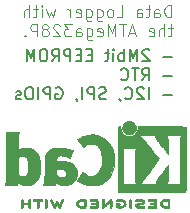
<source format=gbo>
%TF.GenerationSoftware,KiCad,Pcbnew,8.0.6*%
%TF.CreationDate,2024-11-27T12:56:47-08:00*%
%TF.ProjectId,Project 3 MCUdatalogger,50726f6a-6563-4742-9033-204d43556461,1*%
%TF.SameCoordinates,Original*%
%TF.FileFunction,Legend,Bot*%
%TF.FilePolarity,Positive*%
%FSLAX46Y46*%
G04 Gerber Fmt 4.6, Leading zero omitted, Abs format (unit mm)*
G04 Created by KiCad (PCBNEW 8.0.6) date 2024-11-27 12:56:47*
%MOMM*%
%LPD*%
G01*
G04 APERTURE LIST*
%ADD10C,0.150000*%
%ADD11C,0.100000*%
%ADD12C,0.010000*%
G04 APERTURE END LIST*
D10*
X68624220Y-67769978D02*
X67862316Y-67769978D01*
X66671839Y-67246169D02*
X66624220Y-67198550D01*
X66624220Y-67198550D02*
X66528982Y-67150931D01*
X66528982Y-67150931D02*
X66290887Y-67150931D01*
X66290887Y-67150931D02*
X66195649Y-67198550D01*
X66195649Y-67198550D02*
X66148030Y-67246169D01*
X66148030Y-67246169D02*
X66100411Y-67341407D01*
X66100411Y-67341407D02*
X66100411Y-67436645D01*
X66100411Y-67436645D02*
X66148030Y-67579502D01*
X66148030Y-67579502D02*
X66719458Y-68150931D01*
X66719458Y-68150931D02*
X66100411Y-68150931D01*
X65671839Y-68150931D02*
X65671839Y-67150931D01*
X65671839Y-67150931D02*
X65338506Y-67865216D01*
X65338506Y-67865216D02*
X65005173Y-67150931D01*
X65005173Y-67150931D02*
X65005173Y-68150931D01*
X64528982Y-68150931D02*
X64528982Y-67150931D01*
X64528982Y-67531883D02*
X64433744Y-67484264D01*
X64433744Y-67484264D02*
X64243268Y-67484264D01*
X64243268Y-67484264D02*
X64148030Y-67531883D01*
X64148030Y-67531883D02*
X64100411Y-67579502D01*
X64100411Y-67579502D02*
X64052792Y-67674740D01*
X64052792Y-67674740D02*
X64052792Y-67960454D01*
X64052792Y-67960454D02*
X64100411Y-68055692D01*
X64100411Y-68055692D02*
X64148030Y-68103312D01*
X64148030Y-68103312D02*
X64243268Y-68150931D01*
X64243268Y-68150931D02*
X64433744Y-68150931D01*
X64433744Y-68150931D02*
X64528982Y-68103312D01*
X63624220Y-68150931D02*
X63624220Y-67484264D01*
X63624220Y-67150931D02*
X63671839Y-67198550D01*
X63671839Y-67198550D02*
X63624220Y-67246169D01*
X63624220Y-67246169D02*
X63576601Y-67198550D01*
X63576601Y-67198550D02*
X63624220Y-67150931D01*
X63624220Y-67150931D02*
X63624220Y-67246169D01*
X63290887Y-67484264D02*
X62909935Y-67484264D01*
X63148030Y-67150931D02*
X63148030Y-68008073D01*
X63148030Y-68008073D02*
X63100411Y-68103312D01*
X63100411Y-68103312D02*
X63005173Y-68150931D01*
X63005173Y-68150931D02*
X62909935Y-68150931D01*
X61814696Y-67627121D02*
X61481363Y-67627121D01*
X61338506Y-68150931D02*
X61814696Y-68150931D01*
X61814696Y-68150931D02*
X61814696Y-67150931D01*
X61814696Y-67150931D02*
X61338506Y-67150931D01*
X60909934Y-67627121D02*
X60576601Y-67627121D01*
X60433744Y-68150931D02*
X60909934Y-68150931D01*
X60909934Y-68150931D02*
X60909934Y-67150931D01*
X60909934Y-67150931D02*
X60433744Y-67150931D01*
X60005172Y-68150931D02*
X60005172Y-67150931D01*
X60005172Y-67150931D02*
X59624220Y-67150931D01*
X59624220Y-67150931D02*
X59528982Y-67198550D01*
X59528982Y-67198550D02*
X59481363Y-67246169D01*
X59481363Y-67246169D02*
X59433744Y-67341407D01*
X59433744Y-67341407D02*
X59433744Y-67484264D01*
X59433744Y-67484264D02*
X59481363Y-67579502D01*
X59481363Y-67579502D02*
X59528982Y-67627121D01*
X59528982Y-67627121D02*
X59624220Y-67674740D01*
X59624220Y-67674740D02*
X60005172Y-67674740D01*
X58433744Y-68150931D02*
X58767077Y-67674740D01*
X59005172Y-68150931D02*
X59005172Y-67150931D01*
X59005172Y-67150931D02*
X58624220Y-67150931D01*
X58624220Y-67150931D02*
X58528982Y-67198550D01*
X58528982Y-67198550D02*
X58481363Y-67246169D01*
X58481363Y-67246169D02*
X58433744Y-67341407D01*
X58433744Y-67341407D02*
X58433744Y-67484264D01*
X58433744Y-67484264D02*
X58481363Y-67579502D01*
X58481363Y-67579502D02*
X58528982Y-67627121D01*
X58528982Y-67627121D02*
X58624220Y-67674740D01*
X58624220Y-67674740D02*
X59005172Y-67674740D01*
X57814696Y-67150931D02*
X57624220Y-67150931D01*
X57624220Y-67150931D02*
X57528982Y-67198550D01*
X57528982Y-67198550D02*
X57433744Y-67293788D01*
X57433744Y-67293788D02*
X57386125Y-67484264D01*
X57386125Y-67484264D02*
X57386125Y-67817597D01*
X57386125Y-67817597D02*
X57433744Y-68008073D01*
X57433744Y-68008073D02*
X57528982Y-68103312D01*
X57528982Y-68103312D02*
X57624220Y-68150931D01*
X57624220Y-68150931D02*
X57814696Y-68150931D01*
X57814696Y-68150931D02*
X57909934Y-68103312D01*
X57909934Y-68103312D02*
X58005172Y-68008073D01*
X58005172Y-68008073D02*
X58052791Y-67817597D01*
X58052791Y-67817597D02*
X58052791Y-67484264D01*
X58052791Y-67484264D02*
X58005172Y-67293788D01*
X58005172Y-67293788D02*
X57909934Y-67198550D01*
X57909934Y-67198550D02*
X57814696Y-67150931D01*
X56957553Y-68150931D02*
X56957553Y-67150931D01*
X56957553Y-67150931D02*
X56624220Y-67865216D01*
X56624220Y-67865216D02*
X56290887Y-67150931D01*
X56290887Y-67150931D02*
X56290887Y-68150931D01*
X68624220Y-69379922D02*
X67862316Y-69379922D01*
X66052792Y-69760875D02*
X66386125Y-69284684D01*
X66624220Y-69760875D02*
X66624220Y-68760875D01*
X66624220Y-68760875D02*
X66243268Y-68760875D01*
X66243268Y-68760875D02*
X66148030Y-68808494D01*
X66148030Y-68808494D02*
X66100411Y-68856113D01*
X66100411Y-68856113D02*
X66052792Y-68951351D01*
X66052792Y-68951351D02*
X66052792Y-69094208D01*
X66052792Y-69094208D02*
X66100411Y-69189446D01*
X66100411Y-69189446D02*
X66148030Y-69237065D01*
X66148030Y-69237065D02*
X66243268Y-69284684D01*
X66243268Y-69284684D02*
X66624220Y-69284684D01*
X65767077Y-68760875D02*
X65195649Y-68760875D01*
X65481363Y-69760875D02*
X65481363Y-68760875D01*
X64290887Y-69665636D02*
X64338506Y-69713256D01*
X64338506Y-69713256D02*
X64481363Y-69760875D01*
X64481363Y-69760875D02*
X64576601Y-69760875D01*
X64576601Y-69760875D02*
X64719458Y-69713256D01*
X64719458Y-69713256D02*
X64814696Y-69618017D01*
X64814696Y-69618017D02*
X64862315Y-69522779D01*
X64862315Y-69522779D02*
X64909934Y-69332303D01*
X64909934Y-69332303D02*
X64909934Y-69189446D01*
X64909934Y-69189446D02*
X64862315Y-68998970D01*
X64862315Y-68998970D02*
X64814696Y-68903732D01*
X64814696Y-68903732D02*
X64719458Y-68808494D01*
X64719458Y-68808494D02*
X64576601Y-68760875D01*
X64576601Y-68760875D02*
X64481363Y-68760875D01*
X64481363Y-68760875D02*
X64338506Y-68808494D01*
X64338506Y-68808494D02*
X64290887Y-68856113D01*
X68624220Y-70989866D02*
X67862316Y-70989866D01*
X66624220Y-71370819D02*
X66624220Y-70370819D01*
X66195649Y-70466057D02*
X66148030Y-70418438D01*
X66148030Y-70418438D02*
X66052792Y-70370819D01*
X66052792Y-70370819D02*
X65814697Y-70370819D01*
X65814697Y-70370819D02*
X65719459Y-70418438D01*
X65719459Y-70418438D02*
X65671840Y-70466057D01*
X65671840Y-70466057D02*
X65624221Y-70561295D01*
X65624221Y-70561295D02*
X65624221Y-70656533D01*
X65624221Y-70656533D02*
X65671840Y-70799390D01*
X65671840Y-70799390D02*
X66243268Y-71370819D01*
X66243268Y-71370819D02*
X65624221Y-71370819D01*
X64624221Y-71275580D02*
X64671840Y-71323200D01*
X64671840Y-71323200D02*
X64814697Y-71370819D01*
X64814697Y-71370819D02*
X64909935Y-71370819D01*
X64909935Y-71370819D02*
X65052792Y-71323200D01*
X65052792Y-71323200D02*
X65148030Y-71227961D01*
X65148030Y-71227961D02*
X65195649Y-71132723D01*
X65195649Y-71132723D02*
X65243268Y-70942247D01*
X65243268Y-70942247D02*
X65243268Y-70799390D01*
X65243268Y-70799390D02*
X65195649Y-70608914D01*
X65195649Y-70608914D02*
X65148030Y-70513676D01*
X65148030Y-70513676D02*
X65052792Y-70418438D01*
X65052792Y-70418438D02*
X64909935Y-70370819D01*
X64909935Y-70370819D02*
X64814697Y-70370819D01*
X64814697Y-70370819D02*
X64671840Y-70418438D01*
X64671840Y-70418438D02*
X64624221Y-70466057D01*
X64148030Y-71323200D02*
X64148030Y-71370819D01*
X64148030Y-71370819D02*
X64195649Y-71466057D01*
X64195649Y-71466057D02*
X64243268Y-71513676D01*
X63005173Y-71323200D02*
X62862316Y-71370819D01*
X62862316Y-71370819D02*
X62624221Y-71370819D01*
X62624221Y-71370819D02*
X62528983Y-71323200D01*
X62528983Y-71323200D02*
X62481364Y-71275580D01*
X62481364Y-71275580D02*
X62433745Y-71180342D01*
X62433745Y-71180342D02*
X62433745Y-71085104D01*
X62433745Y-71085104D02*
X62481364Y-70989866D01*
X62481364Y-70989866D02*
X62528983Y-70942247D01*
X62528983Y-70942247D02*
X62624221Y-70894628D01*
X62624221Y-70894628D02*
X62814697Y-70847009D01*
X62814697Y-70847009D02*
X62909935Y-70799390D01*
X62909935Y-70799390D02*
X62957554Y-70751771D01*
X62957554Y-70751771D02*
X63005173Y-70656533D01*
X63005173Y-70656533D02*
X63005173Y-70561295D01*
X63005173Y-70561295D02*
X62957554Y-70466057D01*
X62957554Y-70466057D02*
X62909935Y-70418438D01*
X62909935Y-70418438D02*
X62814697Y-70370819D01*
X62814697Y-70370819D02*
X62576602Y-70370819D01*
X62576602Y-70370819D02*
X62433745Y-70418438D01*
X62005173Y-71370819D02*
X62005173Y-70370819D01*
X62005173Y-70370819D02*
X61624221Y-70370819D01*
X61624221Y-70370819D02*
X61528983Y-70418438D01*
X61528983Y-70418438D02*
X61481364Y-70466057D01*
X61481364Y-70466057D02*
X61433745Y-70561295D01*
X61433745Y-70561295D02*
X61433745Y-70704152D01*
X61433745Y-70704152D02*
X61481364Y-70799390D01*
X61481364Y-70799390D02*
X61528983Y-70847009D01*
X61528983Y-70847009D02*
X61624221Y-70894628D01*
X61624221Y-70894628D02*
X62005173Y-70894628D01*
X61005173Y-71370819D02*
X61005173Y-70370819D01*
X60481364Y-71323200D02*
X60481364Y-71370819D01*
X60481364Y-71370819D02*
X60528983Y-71466057D01*
X60528983Y-71466057D02*
X60576602Y-71513676D01*
X58767079Y-70418438D02*
X58862317Y-70370819D01*
X58862317Y-70370819D02*
X59005174Y-70370819D01*
X59005174Y-70370819D02*
X59148031Y-70418438D01*
X59148031Y-70418438D02*
X59243269Y-70513676D01*
X59243269Y-70513676D02*
X59290888Y-70608914D01*
X59290888Y-70608914D02*
X59338507Y-70799390D01*
X59338507Y-70799390D02*
X59338507Y-70942247D01*
X59338507Y-70942247D02*
X59290888Y-71132723D01*
X59290888Y-71132723D02*
X59243269Y-71227961D01*
X59243269Y-71227961D02*
X59148031Y-71323200D01*
X59148031Y-71323200D02*
X59005174Y-71370819D01*
X59005174Y-71370819D02*
X58909936Y-71370819D01*
X58909936Y-71370819D02*
X58767079Y-71323200D01*
X58767079Y-71323200D02*
X58719460Y-71275580D01*
X58719460Y-71275580D02*
X58719460Y-70942247D01*
X58719460Y-70942247D02*
X58909936Y-70942247D01*
X58290888Y-71370819D02*
X58290888Y-70370819D01*
X58290888Y-70370819D02*
X57909936Y-70370819D01*
X57909936Y-70370819D02*
X57814698Y-70418438D01*
X57814698Y-70418438D02*
X57767079Y-70466057D01*
X57767079Y-70466057D02*
X57719460Y-70561295D01*
X57719460Y-70561295D02*
X57719460Y-70704152D01*
X57719460Y-70704152D02*
X57767079Y-70799390D01*
X57767079Y-70799390D02*
X57814698Y-70847009D01*
X57814698Y-70847009D02*
X57909936Y-70894628D01*
X57909936Y-70894628D02*
X58290888Y-70894628D01*
X57290888Y-71370819D02*
X57290888Y-70370819D01*
X56624222Y-70370819D02*
X56433746Y-70370819D01*
X56433746Y-70370819D02*
X56338508Y-70418438D01*
X56338508Y-70418438D02*
X56243270Y-70513676D01*
X56243270Y-70513676D02*
X56195651Y-70704152D01*
X56195651Y-70704152D02*
X56195651Y-71037485D01*
X56195651Y-71037485D02*
X56243270Y-71227961D01*
X56243270Y-71227961D02*
X56338508Y-71323200D01*
X56338508Y-71323200D02*
X56433746Y-71370819D01*
X56433746Y-71370819D02*
X56624222Y-71370819D01*
X56624222Y-71370819D02*
X56719460Y-71323200D01*
X56719460Y-71323200D02*
X56814698Y-71227961D01*
X56814698Y-71227961D02*
X56862317Y-71037485D01*
X56862317Y-71037485D02*
X56862317Y-70704152D01*
X56862317Y-70704152D02*
X56814698Y-70513676D01*
X56814698Y-70513676D02*
X56719460Y-70418438D01*
X56719460Y-70418438D02*
X56624222Y-70370819D01*
X55814698Y-71323200D02*
X55719460Y-71370819D01*
X55719460Y-71370819D02*
X55528984Y-71370819D01*
X55528984Y-71370819D02*
X55433746Y-71323200D01*
X55433746Y-71323200D02*
X55386127Y-71227961D01*
X55386127Y-71227961D02*
X55386127Y-71180342D01*
X55386127Y-71180342D02*
X55433746Y-71085104D01*
X55433746Y-71085104D02*
X55528984Y-71037485D01*
X55528984Y-71037485D02*
X55671841Y-71037485D01*
X55671841Y-71037485D02*
X55767079Y-70989866D01*
X55767079Y-70989866D02*
X55814698Y-70894628D01*
X55814698Y-70894628D02*
X55814698Y-70847009D01*
X55814698Y-70847009D02*
X55767079Y-70751771D01*
X55767079Y-70751771D02*
X55671841Y-70704152D01*
X55671841Y-70704152D02*
X55528984Y-70704152D01*
X55528984Y-70704152D02*
X55433746Y-70751771D01*
D11*
X68530115Y-64429475D02*
X68530115Y-63429475D01*
X68530115Y-63429475D02*
X68292020Y-63429475D01*
X68292020Y-63429475D02*
X68149163Y-63477094D01*
X68149163Y-63477094D02*
X68053925Y-63572332D01*
X68053925Y-63572332D02*
X68006306Y-63667570D01*
X68006306Y-63667570D02*
X67958687Y-63858046D01*
X67958687Y-63858046D02*
X67958687Y-64000903D01*
X67958687Y-64000903D02*
X68006306Y-64191379D01*
X68006306Y-64191379D02*
X68053925Y-64286617D01*
X68053925Y-64286617D02*
X68149163Y-64381856D01*
X68149163Y-64381856D02*
X68292020Y-64429475D01*
X68292020Y-64429475D02*
X68530115Y-64429475D01*
X67101544Y-64429475D02*
X67101544Y-63905665D01*
X67101544Y-63905665D02*
X67149163Y-63810427D01*
X67149163Y-63810427D02*
X67244401Y-63762808D01*
X67244401Y-63762808D02*
X67434877Y-63762808D01*
X67434877Y-63762808D02*
X67530115Y-63810427D01*
X67101544Y-64381856D02*
X67196782Y-64429475D01*
X67196782Y-64429475D02*
X67434877Y-64429475D01*
X67434877Y-64429475D02*
X67530115Y-64381856D01*
X67530115Y-64381856D02*
X67577734Y-64286617D01*
X67577734Y-64286617D02*
X67577734Y-64191379D01*
X67577734Y-64191379D02*
X67530115Y-64096141D01*
X67530115Y-64096141D02*
X67434877Y-64048522D01*
X67434877Y-64048522D02*
X67196782Y-64048522D01*
X67196782Y-64048522D02*
X67101544Y-64000903D01*
X66768210Y-63762808D02*
X66387258Y-63762808D01*
X66625353Y-63429475D02*
X66625353Y-64286617D01*
X66625353Y-64286617D02*
X66577734Y-64381856D01*
X66577734Y-64381856D02*
X66482496Y-64429475D01*
X66482496Y-64429475D02*
X66387258Y-64429475D01*
X65625353Y-64429475D02*
X65625353Y-63905665D01*
X65625353Y-63905665D02*
X65672972Y-63810427D01*
X65672972Y-63810427D02*
X65768210Y-63762808D01*
X65768210Y-63762808D02*
X65958686Y-63762808D01*
X65958686Y-63762808D02*
X66053924Y-63810427D01*
X65625353Y-64381856D02*
X65720591Y-64429475D01*
X65720591Y-64429475D02*
X65958686Y-64429475D01*
X65958686Y-64429475D02*
X66053924Y-64381856D01*
X66053924Y-64381856D02*
X66101543Y-64286617D01*
X66101543Y-64286617D02*
X66101543Y-64191379D01*
X66101543Y-64191379D02*
X66053924Y-64096141D01*
X66053924Y-64096141D02*
X65958686Y-64048522D01*
X65958686Y-64048522D02*
X65720591Y-64048522D01*
X65720591Y-64048522D02*
X65625353Y-64000903D01*
X63911067Y-64429475D02*
X64387257Y-64429475D01*
X64387257Y-64429475D02*
X64387257Y-63429475D01*
X63434876Y-64429475D02*
X63530114Y-64381856D01*
X63530114Y-64381856D02*
X63577733Y-64334236D01*
X63577733Y-64334236D02*
X63625352Y-64238998D01*
X63625352Y-64238998D02*
X63625352Y-63953284D01*
X63625352Y-63953284D02*
X63577733Y-63858046D01*
X63577733Y-63858046D02*
X63530114Y-63810427D01*
X63530114Y-63810427D02*
X63434876Y-63762808D01*
X63434876Y-63762808D02*
X63292019Y-63762808D01*
X63292019Y-63762808D02*
X63196781Y-63810427D01*
X63196781Y-63810427D02*
X63149162Y-63858046D01*
X63149162Y-63858046D02*
X63101543Y-63953284D01*
X63101543Y-63953284D02*
X63101543Y-64238998D01*
X63101543Y-64238998D02*
X63149162Y-64334236D01*
X63149162Y-64334236D02*
X63196781Y-64381856D01*
X63196781Y-64381856D02*
X63292019Y-64429475D01*
X63292019Y-64429475D02*
X63434876Y-64429475D01*
X62244400Y-63762808D02*
X62244400Y-64572332D01*
X62244400Y-64572332D02*
X62292019Y-64667570D01*
X62292019Y-64667570D02*
X62339638Y-64715189D01*
X62339638Y-64715189D02*
X62434876Y-64762808D01*
X62434876Y-64762808D02*
X62577733Y-64762808D01*
X62577733Y-64762808D02*
X62672971Y-64715189D01*
X62244400Y-64381856D02*
X62339638Y-64429475D01*
X62339638Y-64429475D02*
X62530114Y-64429475D01*
X62530114Y-64429475D02*
X62625352Y-64381856D01*
X62625352Y-64381856D02*
X62672971Y-64334236D01*
X62672971Y-64334236D02*
X62720590Y-64238998D01*
X62720590Y-64238998D02*
X62720590Y-63953284D01*
X62720590Y-63953284D02*
X62672971Y-63858046D01*
X62672971Y-63858046D02*
X62625352Y-63810427D01*
X62625352Y-63810427D02*
X62530114Y-63762808D01*
X62530114Y-63762808D02*
X62339638Y-63762808D01*
X62339638Y-63762808D02*
X62244400Y-63810427D01*
X61339638Y-63762808D02*
X61339638Y-64572332D01*
X61339638Y-64572332D02*
X61387257Y-64667570D01*
X61387257Y-64667570D02*
X61434876Y-64715189D01*
X61434876Y-64715189D02*
X61530114Y-64762808D01*
X61530114Y-64762808D02*
X61672971Y-64762808D01*
X61672971Y-64762808D02*
X61768209Y-64715189D01*
X61339638Y-64381856D02*
X61434876Y-64429475D01*
X61434876Y-64429475D02*
X61625352Y-64429475D01*
X61625352Y-64429475D02*
X61720590Y-64381856D01*
X61720590Y-64381856D02*
X61768209Y-64334236D01*
X61768209Y-64334236D02*
X61815828Y-64238998D01*
X61815828Y-64238998D02*
X61815828Y-63953284D01*
X61815828Y-63953284D02*
X61768209Y-63858046D01*
X61768209Y-63858046D02*
X61720590Y-63810427D01*
X61720590Y-63810427D02*
X61625352Y-63762808D01*
X61625352Y-63762808D02*
X61434876Y-63762808D01*
X61434876Y-63762808D02*
X61339638Y-63810427D01*
X60482495Y-64381856D02*
X60577733Y-64429475D01*
X60577733Y-64429475D02*
X60768209Y-64429475D01*
X60768209Y-64429475D02*
X60863447Y-64381856D01*
X60863447Y-64381856D02*
X60911066Y-64286617D01*
X60911066Y-64286617D02*
X60911066Y-63905665D01*
X60911066Y-63905665D02*
X60863447Y-63810427D01*
X60863447Y-63810427D02*
X60768209Y-63762808D01*
X60768209Y-63762808D02*
X60577733Y-63762808D01*
X60577733Y-63762808D02*
X60482495Y-63810427D01*
X60482495Y-63810427D02*
X60434876Y-63905665D01*
X60434876Y-63905665D02*
X60434876Y-64000903D01*
X60434876Y-64000903D02*
X60911066Y-64096141D01*
X60006304Y-64429475D02*
X60006304Y-63762808D01*
X60006304Y-63953284D02*
X59958685Y-63858046D01*
X59958685Y-63858046D02*
X59911066Y-63810427D01*
X59911066Y-63810427D02*
X59815828Y-63762808D01*
X59815828Y-63762808D02*
X59720590Y-63762808D01*
X58720589Y-63762808D02*
X58530113Y-64429475D01*
X58530113Y-64429475D02*
X58339637Y-63953284D01*
X58339637Y-63953284D02*
X58149161Y-64429475D01*
X58149161Y-64429475D02*
X57958685Y-63762808D01*
X57577732Y-64429475D02*
X57577732Y-63762808D01*
X57577732Y-63429475D02*
X57625351Y-63477094D01*
X57625351Y-63477094D02*
X57577732Y-63524713D01*
X57577732Y-63524713D02*
X57530113Y-63477094D01*
X57530113Y-63477094D02*
X57577732Y-63429475D01*
X57577732Y-63429475D02*
X57577732Y-63524713D01*
X57244399Y-63762808D02*
X56863447Y-63762808D01*
X57101542Y-63429475D02*
X57101542Y-64286617D01*
X57101542Y-64286617D02*
X57053923Y-64381856D01*
X57053923Y-64381856D02*
X56958685Y-64429475D01*
X56958685Y-64429475D02*
X56863447Y-64429475D01*
X56530113Y-64429475D02*
X56530113Y-63429475D01*
X56101542Y-64429475D02*
X56101542Y-63905665D01*
X56101542Y-63905665D02*
X56149161Y-63810427D01*
X56149161Y-63810427D02*
X56244399Y-63762808D01*
X56244399Y-63762808D02*
X56387256Y-63762808D01*
X56387256Y-63762808D02*
X56482494Y-63810427D01*
X56482494Y-63810427D02*
X56530113Y-63858046D01*
X68672972Y-65372752D02*
X68292020Y-65372752D01*
X68530115Y-65039419D02*
X68530115Y-65896561D01*
X68530115Y-65896561D02*
X68482496Y-65991800D01*
X68482496Y-65991800D02*
X68387258Y-66039419D01*
X68387258Y-66039419D02*
X68292020Y-66039419D01*
X67958686Y-66039419D02*
X67958686Y-65039419D01*
X67530115Y-66039419D02*
X67530115Y-65515609D01*
X67530115Y-65515609D02*
X67577734Y-65420371D01*
X67577734Y-65420371D02*
X67672972Y-65372752D01*
X67672972Y-65372752D02*
X67815829Y-65372752D01*
X67815829Y-65372752D02*
X67911067Y-65420371D01*
X67911067Y-65420371D02*
X67958686Y-65467990D01*
X66672972Y-65991800D02*
X66768210Y-66039419D01*
X66768210Y-66039419D02*
X66958686Y-66039419D01*
X66958686Y-66039419D02*
X67053924Y-65991800D01*
X67053924Y-65991800D02*
X67101543Y-65896561D01*
X67101543Y-65896561D02*
X67101543Y-65515609D01*
X67101543Y-65515609D02*
X67053924Y-65420371D01*
X67053924Y-65420371D02*
X66958686Y-65372752D01*
X66958686Y-65372752D02*
X66768210Y-65372752D01*
X66768210Y-65372752D02*
X66672972Y-65420371D01*
X66672972Y-65420371D02*
X66625353Y-65515609D01*
X66625353Y-65515609D02*
X66625353Y-65610847D01*
X66625353Y-65610847D02*
X67101543Y-65706085D01*
X65482495Y-65753704D02*
X65006305Y-65753704D01*
X65577733Y-66039419D02*
X65244400Y-65039419D01*
X65244400Y-65039419D02*
X64911067Y-66039419D01*
X64720590Y-65039419D02*
X64149162Y-65039419D01*
X64434876Y-66039419D02*
X64434876Y-65039419D01*
X63815828Y-66039419D02*
X63815828Y-65039419D01*
X63815828Y-65039419D02*
X63482495Y-65753704D01*
X63482495Y-65753704D02*
X63149162Y-65039419D01*
X63149162Y-65039419D02*
X63149162Y-66039419D01*
X62292019Y-65991800D02*
X62387257Y-66039419D01*
X62387257Y-66039419D02*
X62577733Y-66039419D01*
X62577733Y-66039419D02*
X62672971Y-65991800D01*
X62672971Y-65991800D02*
X62720590Y-65896561D01*
X62720590Y-65896561D02*
X62720590Y-65515609D01*
X62720590Y-65515609D02*
X62672971Y-65420371D01*
X62672971Y-65420371D02*
X62577733Y-65372752D01*
X62577733Y-65372752D02*
X62387257Y-65372752D01*
X62387257Y-65372752D02*
X62292019Y-65420371D01*
X62292019Y-65420371D02*
X62244400Y-65515609D01*
X62244400Y-65515609D02*
X62244400Y-65610847D01*
X62244400Y-65610847D02*
X62720590Y-65706085D01*
X61387257Y-65372752D02*
X61387257Y-66182276D01*
X61387257Y-66182276D02*
X61434876Y-66277514D01*
X61434876Y-66277514D02*
X61482495Y-66325133D01*
X61482495Y-66325133D02*
X61577733Y-66372752D01*
X61577733Y-66372752D02*
X61720590Y-66372752D01*
X61720590Y-66372752D02*
X61815828Y-66325133D01*
X61387257Y-65991800D02*
X61482495Y-66039419D01*
X61482495Y-66039419D02*
X61672971Y-66039419D01*
X61672971Y-66039419D02*
X61768209Y-65991800D01*
X61768209Y-65991800D02*
X61815828Y-65944180D01*
X61815828Y-65944180D02*
X61863447Y-65848942D01*
X61863447Y-65848942D02*
X61863447Y-65563228D01*
X61863447Y-65563228D02*
X61815828Y-65467990D01*
X61815828Y-65467990D02*
X61768209Y-65420371D01*
X61768209Y-65420371D02*
X61672971Y-65372752D01*
X61672971Y-65372752D02*
X61482495Y-65372752D01*
X61482495Y-65372752D02*
X61387257Y-65420371D01*
X60482495Y-66039419D02*
X60482495Y-65515609D01*
X60482495Y-65515609D02*
X60530114Y-65420371D01*
X60530114Y-65420371D02*
X60625352Y-65372752D01*
X60625352Y-65372752D02*
X60815828Y-65372752D01*
X60815828Y-65372752D02*
X60911066Y-65420371D01*
X60482495Y-65991800D02*
X60577733Y-66039419D01*
X60577733Y-66039419D02*
X60815828Y-66039419D01*
X60815828Y-66039419D02*
X60911066Y-65991800D01*
X60911066Y-65991800D02*
X60958685Y-65896561D01*
X60958685Y-65896561D02*
X60958685Y-65801323D01*
X60958685Y-65801323D02*
X60911066Y-65706085D01*
X60911066Y-65706085D02*
X60815828Y-65658466D01*
X60815828Y-65658466D02*
X60577733Y-65658466D01*
X60577733Y-65658466D02*
X60482495Y-65610847D01*
X60101542Y-65039419D02*
X59482495Y-65039419D01*
X59482495Y-65039419D02*
X59815828Y-65420371D01*
X59815828Y-65420371D02*
X59672971Y-65420371D01*
X59672971Y-65420371D02*
X59577733Y-65467990D01*
X59577733Y-65467990D02*
X59530114Y-65515609D01*
X59530114Y-65515609D02*
X59482495Y-65610847D01*
X59482495Y-65610847D02*
X59482495Y-65848942D01*
X59482495Y-65848942D02*
X59530114Y-65944180D01*
X59530114Y-65944180D02*
X59577733Y-65991800D01*
X59577733Y-65991800D02*
X59672971Y-66039419D01*
X59672971Y-66039419D02*
X59958685Y-66039419D01*
X59958685Y-66039419D02*
X60053923Y-65991800D01*
X60053923Y-65991800D02*
X60101542Y-65944180D01*
X59101542Y-65134657D02*
X59053923Y-65087038D01*
X59053923Y-65087038D02*
X58958685Y-65039419D01*
X58958685Y-65039419D02*
X58720590Y-65039419D01*
X58720590Y-65039419D02*
X58625352Y-65087038D01*
X58625352Y-65087038D02*
X58577733Y-65134657D01*
X58577733Y-65134657D02*
X58530114Y-65229895D01*
X58530114Y-65229895D02*
X58530114Y-65325133D01*
X58530114Y-65325133D02*
X58577733Y-65467990D01*
X58577733Y-65467990D02*
X59149161Y-66039419D01*
X59149161Y-66039419D02*
X58530114Y-66039419D01*
X57958685Y-65467990D02*
X58053923Y-65420371D01*
X58053923Y-65420371D02*
X58101542Y-65372752D01*
X58101542Y-65372752D02*
X58149161Y-65277514D01*
X58149161Y-65277514D02*
X58149161Y-65229895D01*
X58149161Y-65229895D02*
X58101542Y-65134657D01*
X58101542Y-65134657D02*
X58053923Y-65087038D01*
X58053923Y-65087038D02*
X57958685Y-65039419D01*
X57958685Y-65039419D02*
X57768209Y-65039419D01*
X57768209Y-65039419D02*
X57672971Y-65087038D01*
X57672971Y-65087038D02*
X57625352Y-65134657D01*
X57625352Y-65134657D02*
X57577733Y-65229895D01*
X57577733Y-65229895D02*
X57577733Y-65277514D01*
X57577733Y-65277514D02*
X57625352Y-65372752D01*
X57625352Y-65372752D02*
X57672971Y-65420371D01*
X57672971Y-65420371D02*
X57768209Y-65467990D01*
X57768209Y-65467990D02*
X57958685Y-65467990D01*
X57958685Y-65467990D02*
X58053923Y-65515609D01*
X58053923Y-65515609D02*
X58101542Y-65563228D01*
X58101542Y-65563228D02*
X58149161Y-65658466D01*
X58149161Y-65658466D02*
X58149161Y-65848942D01*
X58149161Y-65848942D02*
X58101542Y-65944180D01*
X58101542Y-65944180D02*
X58053923Y-65991800D01*
X58053923Y-65991800D02*
X57958685Y-66039419D01*
X57958685Y-66039419D02*
X57768209Y-66039419D01*
X57768209Y-66039419D02*
X57672971Y-65991800D01*
X57672971Y-65991800D02*
X57625352Y-65944180D01*
X57625352Y-65944180D02*
X57577733Y-65848942D01*
X57577733Y-65848942D02*
X57577733Y-65658466D01*
X57577733Y-65658466D02*
X57625352Y-65563228D01*
X57625352Y-65563228D02*
X57672971Y-65515609D01*
X57672971Y-65515609D02*
X57768209Y-65467990D01*
X57149161Y-66039419D02*
X57149161Y-65039419D01*
X57149161Y-65039419D02*
X56768209Y-65039419D01*
X56768209Y-65039419D02*
X56672971Y-65087038D01*
X56672971Y-65087038D02*
X56625352Y-65134657D01*
X56625352Y-65134657D02*
X56577733Y-65229895D01*
X56577733Y-65229895D02*
X56577733Y-65372752D01*
X56577733Y-65372752D02*
X56625352Y-65467990D01*
X56625352Y-65467990D02*
X56672971Y-65515609D01*
X56672971Y-65515609D02*
X56768209Y-65563228D01*
X56768209Y-65563228D02*
X57149161Y-65563228D01*
X56149161Y-65944180D02*
X56101542Y-65991800D01*
X56101542Y-65991800D02*
X56149161Y-66039419D01*
X56149161Y-66039419D02*
X56196780Y-65991800D01*
X56196780Y-65991800D02*
X56149161Y-65944180D01*
X56149161Y-65944180D02*
X56149161Y-66039419D01*
D12*
%TO.C,REF\u002A\u002A*%
X57946698Y-79841141D02*
X57972419Y-79856839D01*
X57999070Y-79878419D01*
X57999070Y-80525876D01*
X57972419Y-80547456D01*
X57941059Y-80564931D01*
X57905258Y-80565767D01*
X57873820Y-80545274D01*
X57869944Y-80540608D01*
X57864478Y-80531141D01*
X57860271Y-80517459D01*
X57857159Y-80496940D01*
X57854979Y-80466960D01*
X57853568Y-80424896D01*
X57852763Y-80368124D01*
X57852399Y-80294022D01*
X57852314Y-80199965D01*
X57852314Y-79878419D01*
X57878965Y-79856839D01*
X57902678Y-79842069D01*
X57925692Y-79835259D01*
X57946698Y-79841141D01*
G36*
X57946698Y-79841141D02*
G01*
X57972419Y-79856839D01*
X57999070Y-79878419D01*
X57999070Y-80525876D01*
X57972419Y-80547456D01*
X57941059Y-80564931D01*
X57905258Y-80565767D01*
X57873820Y-80545274D01*
X57869944Y-80540608D01*
X57864478Y-80531141D01*
X57860271Y-80517459D01*
X57857159Y-80496940D01*
X57854979Y-80466960D01*
X57853568Y-80424896D01*
X57852763Y-80368124D01*
X57852399Y-80294022D01*
X57852314Y-80199965D01*
X57852314Y-79878419D01*
X57878965Y-79856839D01*
X57902678Y-79842069D01*
X57925692Y-79835259D01*
X57946698Y-79841141D01*
G37*
X65077429Y-79839655D02*
X65111583Y-79862968D01*
X65139292Y-79890677D01*
X65139292Y-80203729D01*
X65139251Y-80287759D01*
X65138993Y-80361981D01*
X65138322Y-80418733D01*
X65137044Y-80460704D01*
X65134965Y-80490581D01*
X65131891Y-80511053D01*
X65127626Y-80524806D01*
X65121976Y-80534529D01*
X65114747Y-80542909D01*
X65083283Y-80564373D01*
X65048118Y-80566139D01*
X65015114Y-80546459D01*
X65009808Y-80540590D01*
X65004358Y-80531506D01*
X65000192Y-80518165D01*
X64997138Y-80497949D01*
X64995024Y-80468241D01*
X64993678Y-80426424D01*
X64992930Y-80369881D01*
X64992606Y-80295994D01*
X64992537Y-80202148D01*
X64992576Y-80126486D01*
X64992831Y-80048577D01*
X64993475Y-79988567D01*
X64994679Y-79943840D01*
X64996616Y-79911777D01*
X64999456Y-79889763D01*
X65003371Y-79875179D01*
X65008534Y-79865410D01*
X65015114Y-79857837D01*
X65044298Y-79838815D01*
X65077429Y-79839655D01*
G36*
X65077429Y-79839655D02*
G01*
X65111583Y-79862968D01*
X65139292Y-79890677D01*
X65139292Y-80203729D01*
X65139251Y-80287759D01*
X65138993Y-80361981D01*
X65138322Y-80418733D01*
X65137044Y-80460704D01*
X65134965Y-80490581D01*
X65131891Y-80511053D01*
X65127626Y-80524806D01*
X65121976Y-80534529D01*
X65114747Y-80542909D01*
X65083283Y-80564373D01*
X65048118Y-80566139D01*
X65015114Y-80546459D01*
X65009808Y-80540590D01*
X65004358Y-80531506D01*
X65000192Y-80518165D01*
X64997138Y-80497949D01*
X64995024Y-80468241D01*
X64993678Y-80426424D01*
X64992930Y-80369881D01*
X64992606Y-80295994D01*
X64992537Y-80202148D01*
X64992576Y-80126486D01*
X64992831Y-80048577D01*
X64993475Y-79988567D01*
X64994679Y-79943840D01*
X64996616Y-79911777D01*
X64999456Y-79889763D01*
X65003371Y-79875179D01*
X65008534Y-79865410D01*
X65015114Y-79857837D01*
X65044298Y-79838815D01*
X65077429Y-79839655D01*
G37*
X65044012Y-73226581D02*
X65149536Y-73252436D01*
X65249560Y-73298841D01*
X65340934Y-73365803D01*
X65420505Y-73453328D01*
X65485120Y-73561426D01*
X65502443Y-73599506D01*
X65516477Y-73638103D01*
X65524352Y-73676689D01*
X65527803Y-73724415D01*
X65528568Y-73790433D01*
X65528105Y-73845381D01*
X65525319Y-73895880D01*
X65518487Y-73935280D01*
X65505904Y-73972628D01*
X65485864Y-74016973D01*
X65480066Y-74028791D01*
X65411545Y-74137001D01*
X65325365Y-74226033D01*
X65223972Y-74293797D01*
X65109811Y-74338206D01*
X65051234Y-74350598D01*
X64932399Y-74356397D01*
X64817300Y-74337634D01*
X64709312Y-74296232D01*
X64611809Y-74234115D01*
X64528168Y-74153207D01*
X64461763Y-74055432D01*
X64415969Y-73942714D01*
X64399214Y-73850471D01*
X64397705Y-73748677D01*
X64411332Y-73649660D01*
X64439445Y-73563892D01*
X64471930Y-73502573D01*
X64544247Y-73405288D01*
X64629978Y-73328507D01*
X64725973Y-73272238D01*
X64829079Y-73236490D01*
X64936142Y-73221268D01*
X65044012Y-73226581D01*
G36*
X65044012Y-73226581D02*
G01*
X65149536Y-73252436D01*
X65249560Y-73298841D01*
X65340934Y-73365803D01*
X65420505Y-73453328D01*
X65485120Y-73561426D01*
X65502443Y-73599506D01*
X65516477Y-73638103D01*
X65524352Y-73676689D01*
X65527803Y-73724415D01*
X65528568Y-73790433D01*
X65528105Y-73845381D01*
X65525319Y-73895880D01*
X65518487Y-73935280D01*
X65505904Y-73972628D01*
X65485864Y-74016973D01*
X65480066Y-74028791D01*
X65411545Y-74137001D01*
X65325365Y-74226033D01*
X65223972Y-74293797D01*
X65109811Y-74338206D01*
X65051234Y-74350598D01*
X64932399Y-74356397D01*
X64817300Y-74337634D01*
X64709312Y-74296232D01*
X64611809Y-74234115D01*
X64528168Y-74153207D01*
X64461763Y-74055432D01*
X64415969Y-73942714D01*
X64399214Y-73850471D01*
X64397705Y-73748677D01*
X64411332Y-73649660D01*
X64439445Y-73563892D01*
X64471930Y-73502573D01*
X64544247Y-73405288D01*
X64629978Y-73328507D01*
X64725973Y-73272238D01*
X64829079Y-73236490D01*
X64936142Y-73221268D01*
X65044012Y-73226581D01*
G37*
X57247059Y-79835260D02*
X57341182Y-79835350D01*
X57415697Y-79835690D01*
X57473103Y-79836431D01*
X57515903Y-79837727D01*
X57546596Y-79839729D01*
X57567683Y-79842588D01*
X57581665Y-79846458D01*
X57591042Y-79851490D01*
X57598314Y-79857837D01*
X57617120Y-79890554D01*
X57618567Y-79928131D01*
X57602209Y-79961370D01*
X57600849Y-79962823D01*
X57589646Y-79971184D01*
X57572544Y-79976739D01*
X57545374Y-79980032D01*
X57503970Y-79981610D01*
X57444165Y-79982014D01*
X57304803Y-79982014D01*
X57304803Y-80245781D01*
X57304728Y-80321609D01*
X57304320Y-80388275D01*
X57303338Y-80438059D01*
X57301542Y-80473976D01*
X57298691Y-80499042D01*
X57294545Y-80516273D01*
X57288863Y-80528684D01*
X57281406Y-80539292D01*
X57279116Y-80542098D01*
X57247938Y-80564740D01*
X57213558Y-80566304D01*
X57180626Y-80546459D01*
X57173647Y-80538383D01*
X57168175Y-80527785D01*
X57164155Y-80511941D01*
X57161364Y-80487965D01*
X57159580Y-80452966D01*
X57158581Y-80404056D01*
X57158144Y-80338346D01*
X57158048Y-80252948D01*
X57158048Y-79982014D01*
X57012112Y-79982014D01*
X57001012Y-79982013D01*
X56944494Y-79981788D01*
X56905650Y-79980649D01*
X56880257Y-79977849D01*
X56864096Y-79972642D01*
X56852944Y-79964281D01*
X56842581Y-79952018D01*
X56826733Y-79921330D01*
X56829835Y-79887550D01*
X56855479Y-79855014D01*
X56860421Y-79851297D01*
X56870630Y-79846461D01*
X56886056Y-79842698D01*
X56909178Y-79839875D01*
X56942475Y-79837862D01*
X56988429Y-79836525D01*
X57049520Y-79835734D01*
X57128227Y-79835355D01*
X57227032Y-79835259D01*
X57247059Y-79835260D01*
G36*
X57247059Y-79835260D02*
G01*
X57341182Y-79835350D01*
X57415697Y-79835690D01*
X57473103Y-79836431D01*
X57515903Y-79837727D01*
X57546596Y-79839729D01*
X57567683Y-79842588D01*
X57581665Y-79846458D01*
X57591042Y-79851490D01*
X57598314Y-79857837D01*
X57617120Y-79890554D01*
X57618567Y-79928131D01*
X57602209Y-79961370D01*
X57600849Y-79962823D01*
X57589646Y-79971184D01*
X57572544Y-79976739D01*
X57545374Y-79980032D01*
X57503970Y-79981610D01*
X57444165Y-79982014D01*
X57304803Y-79982014D01*
X57304803Y-80245781D01*
X57304728Y-80321609D01*
X57304320Y-80388275D01*
X57303338Y-80438059D01*
X57301542Y-80473976D01*
X57298691Y-80499042D01*
X57294545Y-80516273D01*
X57288863Y-80528684D01*
X57281406Y-80539292D01*
X57279116Y-80542098D01*
X57247938Y-80564740D01*
X57213558Y-80566304D01*
X57180626Y-80546459D01*
X57173647Y-80538383D01*
X57168175Y-80527785D01*
X57164155Y-80511941D01*
X57161364Y-80487965D01*
X57159580Y-80452966D01*
X57158581Y-80404056D01*
X57158144Y-80338346D01*
X57158048Y-80252948D01*
X57158048Y-79982014D01*
X57012112Y-79982014D01*
X57001012Y-79982013D01*
X56944494Y-79981788D01*
X56905650Y-79980649D01*
X56880257Y-79977849D01*
X56864096Y-79972642D01*
X56852944Y-79964281D01*
X56842581Y-79952018D01*
X56826733Y-79921330D01*
X56829835Y-79887550D01*
X56855479Y-79855014D01*
X56860421Y-79851297D01*
X56870630Y-79846461D01*
X56886056Y-79842698D01*
X56909178Y-79839875D01*
X56942475Y-79837862D01*
X56988429Y-79836525D01*
X57049520Y-79835734D01*
X57128227Y-79835355D01*
X57227032Y-79835259D01*
X57247059Y-79835260D01*
G37*
X56571026Y-79857837D02*
X56576658Y-79864027D01*
X56581748Y-79872233D01*
X56585835Y-79884009D01*
X56589013Y-79901468D01*
X56591379Y-79926722D01*
X56593030Y-79961882D01*
X56594061Y-80009061D01*
X56594569Y-80070369D01*
X56594651Y-80147919D01*
X56594401Y-80243823D01*
X56593917Y-80360192D01*
X56593849Y-80374367D01*
X56593263Y-80436129D01*
X56591940Y-80479812D01*
X56589395Y-80509193D01*
X56585140Y-80528047D01*
X56578688Y-80540151D01*
X56569554Y-80549281D01*
X56536096Y-80566698D01*
X56501148Y-80563796D01*
X56470245Y-80539292D01*
X56461236Y-80526089D01*
X56453784Y-80507553D01*
X56449416Y-80481525D01*
X56447361Y-80442979D01*
X56446848Y-80386892D01*
X56446848Y-80264237D01*
X55950137Y-80264237D01*
X55950137Y-80399063D01*
X55950064Y-80434854D01*
X55949301Y-80481184D01*
X55947125Y-80511718D01*
X55942828Y-80530749D01*
X55935704Y-80542566D01*
X55925047Y-80551463D01*
X55892796Y-80566533D01*
X55857509Y-80563865D01*
X55826778Y-80539292D01*
X55822123Y-80533037D01*
X55816187Y-80522513D01*
X55811656Y-80508583D01*
X55808340Y-80488509D01*
X55806051Y-80459552D01*
X55804600Y-80418972D01*
X55803797Y-80364032D01*
X55803454Y-80291991D01*
X55803381Y-80200112D01*
X55803381Y-79890677D01*
X55831090Y-79862968D01*
X55862469Y-79840725D01*
X55895698Y-79838036D01*
X55927559Y-79857837D01*
X55935845Y-79867607D01*
X55943257Y-79883499D01*
X55947594Y-79907467D01*
X55949630Y-79944340D01*
X55950137Y-79998948D01*
X55950137Y-80117481D01*
X56446848Y-80117481D01*
X56446848Y-80001968D01*
X56447286Y-79950270D01*
X56449250Y-79915746D01*
X56453766Y-79893170D01*
X56461859Y-79877318D01*
X56474557Y-79862968D01*
X56505935Y-79840725D01*
X56539164Y-79838036D01*
X56571026Y-79857837D01*
G36*
X56571026Y-79857837D02*
G01*
X56576658Y-79864027D01*
X56581748Y-79872233D01*
X56585835Y-79884009D01*
X56589013Y-79901468D01*
X56591379Y-79926722D01*
X56593030Y-79961882D01*
X56594061Y-80009061D01*
X56594569Y-80070369D01*
X56594651Y-80147919D01*
X56594401Y-80243823D01*
X56593917Y-80360192D01*
X56593849Y-80374367D01*
X56593263Y-80436129D01*
X56591940Y-80479812D01*
X56589395Y-80509193D01*
X56585140Y-80528047D01*
X56578688Y-80540151D01*
X56569554Y-80549281D01*
X56536096Y-80566698D01*
X56501148Y-80563796D01*
X56470245Y-80539292D01*
X56461236Y-80526089D01*
X56453784Y-80507553D01*
X56449416Y-80481525D01*
X56447361Y-80442979D01*
X56446848Y-80386892D01*
X56446848Y-80264237D01*
X55950137Y-80264237D01*
X55950137Y-80399063D01*
X55950064Y-80434854D01*
X55949301Y-80481184D01*
X55947125Y-80511718D01*
X55942828Y-80530749D01*
X55935704Y-80542566D01*
X55925047Y-80551463D01*
X55892796Y-80566533D01*
X55857509Y-80563865D01*
X55826778Y-80539292D01*
X55822123Y-80533037D01*
X55816187Y-80522513D01*
X55811656Y-80508583D01*
X55808340Y-80488509D01*
X55806051Y-80459552D01*
X55804600Y-80418972D01*
X55803797Y-80364032D01*
X55803454Y-80291991D01*
X55803381Y-80200112D01*
X55803381Y-79890677D01*
X55831090Y-79862968D01*
X55862469Y-79840725D01*
X55895698Y-79838036D01*
X55927559Y-79857837D01*
X55935845Y-79867607D01*
X55943257Y-79883499D01*
X55947594Y-79907467D01*
X55949630Y-79944340D01*
X55950137Y-79998948D01*
X55950137Y-80117481D01*
X56446848Y-80117481D01*
X56446848Y-80001968D01*
X56447286Y-79950270D01*
X56449250Y-79915746D01*
X56453766Y-79893170D01*
X56461859Y-79877318D01*
X56474557Y-79862968D01*
X56505935Y-79840725D01*
X56539164Y-79838036D01*
X56571026Y-79857837D01*
G37*
X61276425Y-80446588D02*
X61274455Y-80479367D01*
X61271527Y-80502287D01*
X61267450Y-80518089D01*
X61262035Y-80529511D01*
X61255095Y-80539292D01*
X61231698Y-80569037D01*
X61066006Y-80568443D01*
X61031210Y-80568145D01*
X60932727Y-80564714D01*
X60851765Y-80557031D01*
X60784671Y-80544474D01*
X60727788Y-80526419D01*
X60677461Y-80502244D01*
X60674102Y-80500327D01*
X60616290Y-80463609D01*
X60573936Y-80426643D01*
X60541120Y-80383158D01*
X60511920Y-80326881D01*
X60507638Y-80317265D01*
X60485061Y-80254079D01*
X60479326Y-80208525D01*
X60628571Y-80208525D01*
X60634184Y-80233253D01*
X60639910Y-80249131D01*
X60672840Y-80309039D01*
X60720178Y-80354792D01*
X60783944Y-80387928D01*
X60866153Y-80409982D01*
X60868947Y-80410484D01*
X60915232Y-80416447D01*
X60971628Y-80420675D01*
X61026566Y-80422281D01*
X61120448Y-80422281D01*
X61120448Y-79982014D01*
X61032959Y-79982462D01*
X60966039Y-79984938D01*
X60873641Y-79996190D01*
X60794326Y-80015729D01*
X60732352Y-80042703D01*
X60701412Y-80063432D01*
X60673292Y-80093198D01*
X60649952Y-80135626D01*
X60642825Y-80151592D01*
X60631001Y-80184094D01*
X60628571Y-80208525D01*
X60479326Y-80208525D01*
X60478089Y-80198701D01*
X60486691Y-80143675D01*
X60510833Y-80081543D01*
X60511629Y-80079850D01*
X60552080Y-80010428D01*
X60602765Y-79953830D01*
X60665490Y-79909262D01*
X60742066Y-79875933D01*
X60834301Y-79853053D01*
X60944004Y-79839828D01*
X61072983Y-79835467D01*
X61076555Y-79835462D01*
X61136575Y-79835602D01*
X61178506Y-79836638D01*
X61206620Y-79839232D01*
X61225189Y-79844045D01*
X61238486Y-79851736D01*
X61250783Y-79862968D01*
X61278492Y-79890677D01*
X61278492Y-80200112D01*
X61278467Y-80261718D01*
X61278242Y-80340503D01*
X61277624Y-80401213D01*
X61277067Y-80422281D01*
X61276425Y-80446588D01*
G36*
X61276425Y-80446588D02*
G01*
X61274455Y-80479367D01*
X61271527Y-80502287D01*
X61267450Y-80518089D01*
X61262035Y-80529511D01*
X61255095Y-80539292D01*
X61231698Y-80569037D01*
X61066006Y-80568443D01*
X61031210Y-80568145D01*
X60932727Y-80564714D01*
X60851765Y-80557031D01*
X60784671Y-80544474D01*
X60727788Y-80526419D01*
X60677461Y-80502244D01*
X60674102Y-80500327D01*
X60616290Y-80463609D01*
X60573936Y-80426643D01*
X60541120Y-80383158D01*
X60511920Y-80326881D01*
X60507638Y-80317265D01*
X60485061Y-80254079D01*
X60479326Y-80208525D01*
X60628571Y-80208525D01*
X60634184Y-80233253D01*
X60639910Y-80249131D01*
X60672840Y-80309039D01*
X60720178Y-80354792D01*
X60783944Y-80387928D01*
X60866153Y-80409982D01*
X60868947Y-80410484D01*
X60915232Y-80416447D01*
X60971628Y-80420675D01*
X61026566Y-80422281D01*
X61120448Y-80422281D01*
X61120448Y-79982014D01*
X61032959Y-79982462D01*
X60966039Y-79984938D01*
X60873641Y-79996190D01*
X60794326Y-80015729D01*
X60732352Y-80042703D01*
X60701412Y-80063432D01*
X60673292Y-80093198D01*
X60649952Y-80135626D01*
X60642825Y-80151592D01*
X60631001Y-80184094D01*
X60628571Y-80208525D01*
X60479326Y-80208525D01*
X60478089Y-80198701D01*
X60486691Y-80143675D01*
X60510833Y-80081543D01*
X60511629Y-80079850D01*
X60552080Y-80010428D01*
X60602765Y-79953830D01*
X60665490Y-79909262D01*
X60742066Y-79875933D01*
X60834301Y-79853053D01*
X60944004Y-79839828D01*
X61072983Y-79835467D01*
X61076555Y-79835462D01*
X61136575Y-79835602D01*
X61178506Y-79836638D01*
X61206620Y-79839232D01*
X61225189Y-79844045D01*
X61238486Y-79851736D01*
X61250783Y-79862968D01*
X61278492Y-79890677D01*
X61278492Y-80200112D01*
X61278467Y-80261718D01*
X61278242Y-80340503D01*
X61277624Y-80401213D01*
X61277067Y-80422281D01*
X61276425Y-80446588D01*
G37*
X68368109Y-80020619D02*
X68368162Y-80101233D01*
X68367914Y-80202148D01*
X68367875Y-80277809D01*
X68367620Y-80355718D01*
X68366976Y-80415728D01*
X68365772Y-80460456D01*
X68363835Y-80492518D01*
X68360995Y-80514532D01*
X68357080Y-80529116D01*
X68351918Y-80538886D01*
X68345337Y-80546459D01*
X68338369Y-80552693D01*
X68325371Y-80559993D01*
X68306223Y-80564746D01*
X68276820Y-80567484D01*
X68233054Y-80568737D01*
X68170820Y-80569037D01*
X68121874Y-80568661D01*
X68015014Y-80564233D01*
X67925786Y-80554145D01*
X67850988Y-80537557D01*
X67787417Y-80513627D01*
X67731871Y-80481513D01*
X67681146Y-80440374D01*
X67675158Y-80434522D01*
X67638291Y-80386013D01*
X67607191Y-80325205D01*
X67585709Y-80260961D01*
X67580428Y-80222218D01*
X67727645Y-80222218D01*
X67745927Y-80273153D01*
X67775597Y-80319070D01*
X67822294Y-80361479D01*
X67883684Y-80391282D01*
X67962830Y-80410418D01*
X67964320Y-80410656D01*
X68013291Y-80416448D01*
X68071985Y-80420588D01*
X68128026Y-80422196D01*
X68221159Y-80422281D01*
X68221159Y-79982014D01*
X68144959Y-79982000D01*
X68141931Y-79982009D01*
X68090811Y-79983974D01*
X68030708Y-79988699D01*
X67974000Y-79995227D01*
X67924042Y-80004523D01*
X67849290Y-80030792D01*
X67791781Y-80070091D01*
X67750280Y-80123125D01*
X67729063Y-80174392D01*
X67727645Y-80222218D01*
X67580428Y-80222218D01*
X67577692Y-80202148D01*
X67578971Y-80180931D01*
X67591283Y-80123515D01*
X67613812Y-80063605D01*
X67643042Y-80009555D01*
X67675459Y-79969724D01*
X67695000Y-79952702D01*
X67749712Y-79913514D01*
X67810015Y-79883385D01*
X67879211Y-79861424D01*
X67960603Y-79846742D01*
X68057492Y-79838451D01*
X68173181Y-79835659D01*
X68212663Y-79835258D01*
X68258374Y-79834845D01*
X68294175Y-79836649D01*
X68321266Y-79842931D01*
X68340848Y-79855951D01*
X68354122Y-79877970D01*
X68362290Y-79911247D01*
X68366552Y-79958043D01*
X68367149Y-79982014D01*
X68368109Y-80020619D01*
G36*
X68368109Y-80020619D02*
G01*
X68368162Y-80101233D01*
X68367914Y-80202148D01*
X68367875Y-80277809D01*
X68367620Y-80355718D01*
X68366976Y-80415728D01*
X68365772Y-80460456D01*
X68363835Y-80492518D01*
X68360995Y-80514532D01*
X68357080Y-80529116D01*
X68351918Y-80538886D01*
X68345337Y-80546459D01*
X68338369Y-80552693D01*
X68325371Y-80559993D01*
X68306223Y-80564746D01*
X68276820Y-80567484D01*
X68233054Y-80568737D01*
X68170820Y-80569037D01*
X68121874Y-80568661D01*
X68015014Y-80564233D01*
X67925786Y-80554145D01*
X67850988Y-80537557D01*
X67787417Y-80513627D01*
X67731871Y-80481513D01*
X67681146Y-80440374D01*
X67675158Y-80434522D01*
X67638291Y-80386013D01*
X67607191Y-80325205D01*
X67585709Y-80260961D01*
X67580428Y-80222218D01*
X67727645Y-80222218D01*
X67745927Y-80273153D01*
X67775597Y-80319070D01*
X67822294Y-80361479D01*
X67883684Y-80391282D01*
X67962830Y-80410418D01*
X67964320Y-80410656D01*
X68013291Y-80416448D01*
X68071985Y-80420588D01*
X68128026Y-80422196D01*
X68221159Y-80422281D01*
X68221159Y-79982014D01*
X68144959Y-79982000D01*
X68141931Y-79982009D01*
X68090811Y-79983974D01*
X68030708Y-79988699D01*
X67974000Y-79995227D01*
X67924042Y-80004523D01*
X67849290Y-80030792D01*
X67791781Y-80070091D01*
X67750280Y-80123125D01*
X67729063Y-80174392D01*
X67727645Y-80222218D01*
X67580428Y-80222218D01*
X67577692Y-80202148D01*
X67578971Y-80180931D01*
X67591283Y-80123515D01*
X67613812Y-80063605D01*
X67643042Y-80009555D01*
X67675459Y-79969724D01*
X67695000Y-79952702D01*
X67749712Y-79913514D01*
X67810015Y-79883385D01*
X67879211Y-79861424D01*
X67960603Y-79846742D01*
X68057492Y-79838451D01*
X68173181Y-79835659D01*
X68212663Y-79835258D01*
X68258374Y-79834845D01*
X68294175Y-79836649D01*
X68321266Y-79842931D01*
X68340848Y-79855951D01*
X68354122Y-79877970D01*
X68362290Y-79911247D01*
X68366552Y-79958043D01*
X68367149Y-79982014D01*
X68368109Y-80020619D01*
G37*
X63423185Y-79834084D02*
X63434593Y-79840221D01*
X63445142Y-79850883D01*
X63456428Y-79865003D01*
X63460881Y-79870964D01*
X63466880Y-79881460D01*
X63471459Y-79895285D01*
X63474811Y-79915190D01*
X63477125Y-79943924D01*
X63478593Y-79984237D01*
X63479405Y-80038879D01*
X63479752Y-80110599D01*
X63479826Y-80202148D01*
X63479803Y-80260678D01*
X63479584Y-80339765D01*
X63478975Y-80400708D01*
X63477784Y-80446254D01*
X63475821Y-80479155D01*
X63472895Y-80502160D01*
X63468815Y-80518018D01*
X63463389Y-80529478D01*
X63456428Y-80539292D01*
X63426000Y-80563685D01*
X63391057Y-80566564D01*
X63354076Y-80547474D01*
X63349892Y-80543999D01*
X63341716Y-80535471D01*
X63335656Y-80523920D01*
X63331273Y-80506088D01*
X63328131Y-80478716D01*
X63325794Y-80438546D01*
X63323823Y-80382320D01*
X63321781Y-80306781D01*
X63316137Y-80087650D01*
X63050848Y-80328291D01*
X62977014Y-80395067D01*
X62911834Y-80453183D01*
X62859640Y-80498141D01*
X62818565Y-80531063D01*
X62786747Y-80553071D01*
X62762318Y-80565286D01*
X62743416Y-80568831D01*
X62728175Y-80564828D01*
X62714731Y-80554399D01*
X62701219Y-80538666D01*
X62694974Y-80530183D01*
X62689342Y-80519605D01*
X62685131Y-80505447D01*
X62682179Y-80484995D01*
X62680324Y-80455534D01*
X62679405Y-80414353D01*
X62679260Y-80358736D01*
X62679727Y-80285971D01*
X62680644Y-80193343D01*
X62683959Y-79878391D01*
X62710610Y-79856825D01*
X62736675Y-79840633D01*
X62769533Y-79837862D01*
X62804064Y-79856815D01*
X62808376Y-79860400D01*
X62816508Y-79868929D01*
X62822537Y-79880521D01*
X62826898Y-79898427D01*
X62830026Y-79925898D01*
X62832355Y-79966186D01*
X62834321Y-80022543D01*
X62836359Y-80098221D01*
X62842003Y-80318070D01*
X63022626Y-80154276D01*
X63109364Y-80075643D01*
X63185135Y-80007250D01*
X63247272Y-79951900D01*
X63297370Y-79908530D01*
X63337027Y-79876073D01*
X63367840Y-79853465D01*
X63391406Y-79839640D01*
X63409322Y-79833535D01*
X63423185Y-79834084D01*
G36*
X63423185Y-79834084D02*
G01*
X63434593Y-79840221D01*
X63445142Y-79850883D01*
X63456428Y-79865003D01*
X63460881Y-79870964D01*
X63466880Y-79881460D01*
X63471459Y-79895285D01*
X63474811Y-79915190D01*
X63477125Y-79943924D01*
X63478593Y-79984237D01*
X63479405Y-80038879D01*
X63479752Y-80110599D01*
X63479826Y-80202148D01*
X63479803Y-80260678D01*
X63479584Y-80339765D01*
X63478975Y-80400708D01*
X63477784Y-80446254D01*
X63475821Y-80479155D01*
X63472895Y-80502160D01*
X63468815Y-80518018D01*
X63463389Y-80529478D01*
X63456428Y-80539292D01*
X63426000Y-80563685D01*
X63391057Y-80566564D01*
X63354076Y-80547474D01*
X63349892Y-80543999D01*
X63341716Y-80535471D01*
X63335656Y-80523920D01*
X63331273Y-80506088D01*
X63328131Y-80478716D01*
X63325794Y-80438546D01*
X63323823Y-80382320D01*
X63321781Y-80306781D01*
X63316137Y-80087650D01*
X63050848Y-80328291D01*
X62977014Y-80395067D01*
X62911834Y-80453183D01*
X62859640Y-80498141D01*
X62818565Y-80531063D01*
X62786747Y-80553071D01*
X62762318Y-80565286D01*
X62743416Y-80568831D01*
X62728175Y-80564828D01*
X62714731Y-80554399D01*
X62701219Y-80538666D01*
X62694974Y-80530183D01*
X62689342Y-80519605D01*
X62685131Y-80505447D01*
X62682179Y-80484995D01*
X62680324Y-80455534D01*
X62679405Y-80414353D01*
X62679260Y-80358736D01*
X62679727Y-80285971D01*
X62680644Y-80193343D01*
X62683959Y-79878391D01*
X62710610Y-79856825D01*
X62736675Y-79840633D01*
X62769533Y-79837862D01*
X62804064Y-79856815D01*
X62808376Y-79860400D01*
X62816508Y-79868929D01*
X62822537Y-79880521D01*
X62826898Y-79898427D01*
X62830026Y-79925898D01*
X62832355Y-79966186D01*
X62834321Y-80022543D01*
X62836359Y-80098221D01*
X62842003Y-80318070D01*
X63022626Y-80154276D01*
X63109364Y-80075643D01*
X63185135Y-80007250D01*
X63247272Y-79951900D01*
X63297370Y-79908530D01*
X63337027Y-79876073D01*
X63367840Y-79853465D01*
X63391406Y-79839640D01*
X63409322Y-79833535D01*
X63423185Y-79834084D01*
G37*
X64220442Y-79840371D02*
X64326449Y-79856686D01*
X64420261Y-79884737D01*
X64499057Y-79923644D01*
X64560011Y-79972526D01*
X64586081Y-80005387D01*
X64615589Y-80054586D01*
X64640860Y-80108444D01*
X64658510Y-80159611D01*
X64665150Y-80200736D01*
X64663590Y-80220451D01*
X64650649Y-80271784D01*
X64627486Y-80328310D01*
X64597594Y-80382227D01*
X64564465Y-80425731D01*
X64554269Y-80436079D01*
X64487184Y-80487854D01*
X64407058Y-80527746D01*
X64320848Y-80552148D01*
X64265884Y-80560260D01*
X64172431Y-80566865D01*
X64082650Y-80564778D01*
X64000161Y-80554532D01*
X63928578Y-80536662D01*
X63871520Y-80511700D01*
X63832603Y-80480180D01*
X63831228Y-80478204D01*
X63824140Y-80452978D01*
X63819901Y-80405727D01*
X63818492Y-80336263D01*
X63819352Y-80274030D01*
X63824072Y-80226648D01*
X63835762Y-80194545D01*
X63857531Y-80174992D01*
X63892490Y-80165262D01*
X63943748Y-80162625D01*
X64014415Y-80164353D01*
X64063035Y-80167365D01*
X64113231Y-80175558D01*
X64145725Y-80189611D01*
X64163184Y-80210846D01*
X64168275Y-80240586D01*
X64168169Y-80245128D01*
X64159467Y-80279922D01*
X64135457Y-80303339D01*
X64094192Y-80316539D01*
X64033723Y-80320681D01*
X63965248Y-80320681D01*
X63965248Y-80359033D01*
X63965298Y-80368168D01*
X63967519Y-80385419D01*
X63976786Y-80395713D01*
X63998167Y-80402651D01*
X64036728Y-80409833D01*
X64042202Y-80410767D01*
X64139152Y-80420670D01*
X64229144Y-80417751D01*
X64310052Y-80403021D01*
X64379751Y-80377491D01*
X64436116Y-80342170D01*
X64477021Y-80298071D01*
X64500343Y-80246204D01*
X64503955Y-80187580D01*
X64498437Y-80158686D01*
X64471753Y-80102796D01*
X64425565Y-80057137D01*
X64360583Y-80022300D01*
X64277521Y-79998882D01*
X64252847Y-79994433D01*
X64163518Y-79983934D01*
X64083711Y-79985163D01*
X64005618Y-79998098D01*
X63970475Y-80004888D01*
X63925037Y-80005905D01*
X63893722Y-79993374D01*
X63873569Y-79966587D01*
X63867185Y-79938340D01*
X63876671Y-79907116D01*
X63886000Y-79893691D01*
X63920235Y-79870159D01*
X63972857Y-79852287D01*
X64041373Y-79840791D01*
X64123292Y-79836384D01*
X64220442Y-79840371D01*
G36*
X64220442Y-79840371D02*
G01*
X64326449Y-79856686D01*
X64420261Y-79884737D01*
X64499057Y-79923644D01*
X64560011Y-79972526D01*
X64586081Y-80005387D01*
X64615589Y-80054586D01*
X64640860Y-80108444D01*
X64658510Y-80159611D01*
X64665150Y-80200736D01*
X64663590Y-80220451D01*
X64650649Y-80271784D01*
X64627486Y-80328310D01*
X64597594Y-80382227D01*
X64564465Y-80425731D01*
X64554269Y-80436079D01*
X64487184Y-80487854D01*
X64407058Y-80527746D01*
X64320848Y-80552148D01*
X64265884Y-80560260D01*
X64172431Y-80566865D01*
X64082650Y-80564778D01*
X64000161Y-80554532D01*
X63928578Y-80536662D01*
X63871520Y-80511700D01*
X63832603Y-80480180D01*
X63831228Y-80478204D01*
X63824140Y-80452978D01*
X63819901Y-80405727D01*
X63818492Y-80336263D01*
X63819352Y-80274030D01*
X63824072Y-80226648D01*
X63835762Y-80194545D01*
X63857531Y-80174992D01*
X63892490Y-80165262D01*
X63943748Y-80162625D01*
X64014415Y-80164353D01*
X64063035Y-80167365D01*
X64113231Y-80175558D01*
X64145725Y-80189611D01*
X64163184Y-80210846D01*
X64168275Y-80240586D01*
X64168169Y-80245128D01*
X64159467Y-80279922D01*
X64135457Y-80303339D01*
X64094192Y-80316539D01*
X64033723Y-80320681D01*
X63965248Y-80320681D01*
X63965248Y-80359033D01*
X63965298Y-80368168D01*
X63967519Y-80385419D01*
X63976786Y-80395713D01*
X63998167Y-80402651D01*
X64036728Y-80409833D01*
X64042202Y-80410767D01*
X64139152Y-80420670D01*
X64229144Y-80417751D01*
X64310052Y-80403021D01*
X64379751Y-80377491D01*
X64436116Y-80342170D01*
X64477021Y-80298071D01*
X64500343Y-80246204D01*
X64503955Y-80187580D01*
X64498437Y-80158686D01*
X64471753Y-80102796D01*
X64425565Y-80057137D01*
X64360583Y-80022300D01*
X64277521Y-79998882D01*
X64252847Y-79994433D01*
X64163518Y-79983934D01*
X64083711Y-79985163D01*
X64005618Y-79998098D01*
X63970475Y-80004888D01*
X63925037Y-80005905D01*
X63893722Y-79993374D01*
X63873569Y-79966587D01*
X63867185Y-79938340D01*
X63876671Y-79907116D01*
X63886000Y-79893691D01*
X63920235Y-79870159D01*
X63972857Y-79852287D01*
X64041373Y-79840791D01*
X64123292Y-79836384D01*
X64220442Y-79840371D01*
G37*
X62271095Y-79865003D02*
X62276044Y-79871687D01*
X62281888Y-79882258D01*
X62286349Y-79896345D01*
X62289613Y-79916670D01*
X62291866Y-79945957D01*
X62293294Y-79986929D01*
X62294084Y-80042309D01*
X62294421Y-80114820D01*
X62294492Y-80207186D01*
X62294463Y-80273103D01*
X62294231Y-80351420D01*
X62293611Y-80411688D01*
X62292418Y-80456585D01*
X62290471Y-80488794D01*
X62287586Y-80510992D01*
X62283580Y-80525861D01*
X62278271Y-80536081D01*
X62271475Y-80544330D01*
X62266960Y-80548987D01*
X62258730Y-80555474D01*
X62247370Y-80560386D01*
X62230102Y-80563941D01*
X62204147Y-80566359D01*
X62166728Y-80567859D01*
X62115065Y-80568659D01*
X62046381Y-80568979D01*
X61957898Y-80569037D01*
X61938223Y-80569030D01*
X61851198Y-80568764D01*
X61783546Y-80567998D01*
X61732591Y-80566584D01*
X61695659Y-80564372D01*
X61670075Y-80561214D01*
X61653163Y-80556961D01*
X61642249Y-80551463D01*
X61631756Y-80541477D01*
X61618495Y-80510360D01*
X61619678Y-80474472D01*
X61635842Y-80442925D01*
X61638031Y-80440649D01*
X61646719Y-80434381D01*
X61660061Y-80429715D01*
X61681044Y-80426419D01*
X61712655Y-80424260D01*
X61757882Y-80423006D01*
X61819712Y-80422423D01*
X61901131Y-80422281D01*
X62147737Y-80422281D01*
X62147737Y-80264237D01*
X61985298Y-80264237D01*
X61949630Y-80264156D01*
X61893860Y-80263359D01*
X61854722Y-80261354D01*
X61828268Y-80257713D01*
X61810551Y-80252004D01*
X61797621Y-80243799D01*
X61793978Y-80240615D01*
X61775570Y-80209640D01*
X61774936Y-80173304D01*
X61792475Y-80139685D01*
X61792537Y-80139616D01*
X61802208Y-80130990D01*
X61815501Y-80124934D01*
X61836209Y-80121003D01*
X61868120Y-80118748D01*
X61915026Y-80117723D01*
X61980716Y-80117481D01*
X62148863Y-80117481D01*
X62145478Y-80052570D01*
X62142092Y-79987659D01*
X61900015Y-79984606D01*
X61874999Y-79984278D01*
X61793379Y-79982798D01*
X61731060Y-79980414D01*
X61685446Y-79976419D01*
X61653944Y-79970105D01*
X61633959Y-79960766D01*
X61622896Y-79947695D01*
X61618161Y-79930184D01*
X61617159Y-79907527D01*
X61617165Y-79905162D01*
X61618319Y-79885131D01*
X61623116Y-79869338D01*
X61633924Y-79857282D01*
X61653109Y-79848459D01*
X61683037Y-79842367D01*
X61726075Y-79838503D01*
X61784591Y-79836366D01*
X61860949Y-79835452D01*
X61957518Y-79835259D01*
X62247698Y-79835259D01*
X62271095Y-79865003D01*
G36*
X62271095Y-79865003D02*
G01*
X62276044Y-79871687D01*
X62281888Y-79882258D01*
X62286349Y-79896345D01*
X62289613Y-79916670D01*
X62291866Y-79945957D01*
X62293294Y-79986929D01*
X62294084Y-80042309D01*
X62294421Y-80114820D01*
X62294492Y-80207186D01*
X62294463Y-80273103D01*
X62294231Y-80351420D01*
X62293611Y-80411688D01*
X62292418Y-80456585D01*
X62290471Y-80488794D01*
X62287586Y-80510992D01*
X62283580Y-80525861D01*
X62278271Y-80536081D01*
X62271475Y-80544330D01*
X62266960Y-80548987D01*
X62258730Y-80555474D01*
X62247370Y-80560386D01*
X62230102Y-80563941D01*
X62204147Y-80566359D01*
X62166728Y-80567859D01*
X62115065Y-80568659D01*
X62046381Y-80568979D01*
X61957898Y-80569037D01*
X61938223Y-80569030D01*
X61851198Y-80568764D01*
X61783546Y-80567998D01*
X61732591Y-80566584D01*
X61695659Y-80564372D01*
X61670075Y-80561214D01*
X61653163Y-80556961D01*
X61642249Y-80551463D01*
X61631756Y-80541477D01*
X61618495Y-80510360D01*
X61619678Y-80474472D01*
X61635842Y-80442925D01*
X61638031Y-80440649D01*
X61646719Y-80434381D01*
X61660061Y-80429715D01*
X61681044Y-80426419D01*
X61712655Y-80424260D01*
X61757882Y-80423006D01*
X61819712Y-80422423D01*
X61901131Y-80422281D01*
X62147737Y-80422281D01*
X62147737Y-80264237D01*
X61985298Y-80264237D01*
X61949630Y-80264156D01*
X61893860Y-80263359D01*
X61854722Y-80261354D01*
X61828268Y-80257713D01*
X61810551Y-80252004D01*
X61797621Y-80243799D01*
X61793978Y-80240615D01*
X61775570Y-80209640D01*
X61774936Y-80173304D01*
X61792475Y-80139685D01*
X61792537Y-80139616D01*
X61802208Y-80130990D01*
X61815501Y-80124934D01*
X61836209Y-80121003D01*
X61868120Y-80118748D01*
X61915026Y-80117723D01*
X61980716Y-80117481D01*
X62148863Y-80117481D01*
X62145478Y-80052570D01*
X62142092Y-79987659D01*
X61900015Y-79984606D01*
X61874999Y-79984278D01*
X61793379Y-79982798D01*
X61731060Y-79980414D01*
X61685446Y-79976419D01*
X61653944Y-79970105D01*
X61633959Y-79960766D01*
X61622896Y-79947695D01*
X61618161Y-79930184D01*
X61617159Y-79907527D01*
X61617165Y-79905162D01*
X61618319Y-79885131D01*
X61623116Y-79869338D01*
X61633924Y-79857282D01*
X61653109Y-79848459D01*
X61683037Y-79842367D01*
X61726075Y-79838503D01*
X61784591Y-79836366D01*
X61860949Y-79835452D01*
X61957518Y-79835259D01*
X62247698Y-79835259D01*
X62271095Y-79865003D01*
G37*
X66948026Y-79835275D02*
X67025123Y-79835467D01*
X67084069Y-79836052D01*
X67127656Y-79837243D01*
X67158675Y-79839256D01*
X67179917Y-79842304D01*
X67194174Y-79846601D01*
X67204237Y-79852364D01*
X67212898Y-79859804D01*
X67214683Y-79861485D01*
X67221927Y-79869024D01*
X67227569Y-79878042D01*
X67231809Y-79891176D01*
X67234848Y-79911064D01*
X67236886Y-79940343D01*
X67238122Y-79981650D01*
X67238757Y-80037623D01*
X67238992Y-80110899D01*
X67239026Y-80204115D01*
X67238989Y-80276905D01*
X67238740Y-80355081D01*
X67238104Y-80415295D01*
X67236907Y-80460174D01*
X67234976Y-80492344D01*
X67232138Y-80514431D01*
X67228219Y-80529062D01*
X67223047Y-80538862D01*
X67216448Y-80546459D01*
X67213114Y-80549636D01*
X67204592Y-80555746D01*
X67192590Y-80560421D01*
X67174379Y-80563851D01*
X67147232Y-80566228D01*
X67108421Y-80567744D01*
X67055216Y-80568590D01*
X66984890Y-80568957D01*
X66894714Y-80569037D01*
X66852606Y-80569025D01*
X66771459Y-80568843D01*
X66708967Y-80568290D01*
X66662401Y-80567174D01*
X66629033Y-80565305D01*
X66606136Y-80562490D01*
X66590980Y-80558538D01*
X66580838Y-80553258D01*
X66572981Y-80546459D01*
X66558255Y-80524859D01*
X66550403Y-80495659D01*
X66555902Y-80471752D01*
X66572981Y-80444859D01*
X66577960Y-80440251D01*
X66587735Y-80433964D01*
X66601851Y-80429338D01*
X66623346Y-80426122D01*
X66655260Y-80424062D01*
X66700634Y-80422904D01*
X66762505Y-80422394D01*
X66843914Y-80422281D01*
X67092270Y-80422281D01*
X67092270Y-80264237D01*
X66931093Y-80264237D01*
X66895275Y-80264091D01*
X66829651Y-80262368D01*
X66782410Y-80257933D01*
X66750675Y-80249829D01*
X66731569Y-80237098D01*
X66722215Y-80218784D01*
X66719737Y-80193930D01*
X66720534Y-80173674D01*
X66725786Y-80151848D01*
X66738580Y-80136496D01*
X66761920Y-80126501D01*
X66798809Y-80120745D01*
X66852251Y-80118111D01*
X66925250Y-80117481D01*
X67093397Y-80117481D01*
X67090011Y-80052570D01*
X67086626Y-79987659D01*
X66838909Y-79984610D01*
X66776318Y-79983731D01*
X66707857Y-79982287D01*
X66656953Y-79980356D01*
X66620700Y-79977706D01*
X66596193Y-79974102D01*
X66580527Y-79969313D01*
X66570798Y-79963105D01*
X66564783Y-79956702D01*
X66551774Y-79925020D01*
X66555335Y-79889334D01*
X66575110Y-79858276D01*
X66578361Y-79855353D01*
X66587341Y-79849002D01*
X66599445Y-79844149D01*
X66617451Y-79840595D01*
X66644139Y-79838138D01*
X66682289Y-79836577D01*
X66734678Y-79835710D01*
X66804086Y-79835338D01*
X66893293Y-79835259D01*
X66948026Y-79835275D01*
G36*
X66948026Y-79835275D02*
G01*
X67025123Y-79835467D01*
X67084069Y-79836052D01*
X67127656Y-79837243D01*
X67158675Y-79839256D01*
X67179917Y-79842304D01*
X67194174Y-79846601D01*
X67204237Y-79852364D01*
X67212898Y-79859804D01*
X67214683Y-79861485D01*
X67221927Y-79869024D01*
X67227569Y-79878042D01*
X67231809Y-79891176D01*
X67234848Y-79911064D01*
X67236886Y-79940343D01*
X67238122Y-79981650D01*
X67238757Y-80037623D01*
X67238992Y-80110899D01*
X67239026Y-80204115D01*
X67238989Y-80276905D01*
X67238740Y-80355081D01*
X67238104Y-80415295D01*
X67236907Y-80460174D01*
X67234976Y-80492344D01*
X67232138Y-80514431D01*
X67228219Y-80529062D01*
X67223047Y-80538862D01*
X67216448Y-80546459D01*
X67213114Y-80549636D01*
X67204592Y-80555746D01*
X67192590Y-80560421D01*
X67174379Y-80563851D01*
X67147232Y-80566228D01*
X67108421Y-80567744D01*
X67055216Y-80568590D01*
X66984890Y-80568957D01*
X66894714Y-80569037D01*
X66852606Y-80569025D01*
X66771459Y-80568843D01*
X66708967Y-80568290D01*
X66662401Y-80567174D01*
X66629033Y-80565305D01*
X66606136Y-80562490D01*
X66590980Y-80558538D01*
X66580838Y-80553258D01*
X66572981Y-80546459D01*
X66558255Y-80524859D01*
X66550403Y-80495659D01*
X66555902Y-80471752D01*
X66572981Y-80444859D01*
X66577960Y-80440251D01*
X66587735Y-80433964D01*
X66601851Y-80429338D01*
X66623346Y-80426122D01*
X66655260Y-80424062D01*
X66700634Y-80422904D01*
X66762505Y-80422394D01*
X66843914Y-80422281D01*
X67092270Y-80422281D01*
X67092270Y-80264237D01*
X66931093Y-80264237D01*
X66895275Y-80264091D01*
X66829651Y-80262368D01*
X66782410Y-80257933D01*
X66750675Y-80249829D01*
X66731569Y-80237098D01*
X66722215Y-80218784D01*
X66719737Y-80193930D01*
X66720534Y-80173674D01*
X66725786Y-80151848D01*
X66738580Y-80136496D01*
X66761920Y-80126501D01*
X66798809Y-80120745D01*
X66852251Y-80118111D01*
X66925250Y-80117481D01*
X67093397Y-80117481D01*
X67090011Y-80052570D01*
X67086626Y-79987659D01*
X66838909Y-79984610D01*
X66776318Y-79983731D01*
X66707857Y-79982287D01*
X66656953Y-79980356D01*
X66620700Y-79977706D01*
X66596193Y-79974102D01*
X66580527Y-79969313D01*
X66570798Y-79963105D01*
X66564783Y-79956702D01*
X66551774Y-79925020D01*
X66555335Y-79889334D01*
X66575110Y-79858276D01*
X66578361Y-79855353D01*
X66587341Y-79849002D01*
X66599445Y-79844149D01*
X66617451Y-79840595D01*
X66644139Y-79838138D01*
X66682289Y-79836577D01*
X66734678Y-79835710D01*
X66804086Y-79835338D01*
X66893293Y-79835259D01*
X66948026Y-79835275D01*
G37*
X58380994Y-79844670D02*
X58398955Y-79863181D01*
X58419555Y-79894263D01*
X58444387Y-79939948D01*
X58475042Y-80002270D01*
X58513112Y-80083263D01*
X58527746Y-80114646D01*
X58557495Y-80177830D01*
X58583589Y-80232436D01*
X58604584Y-80275482D01*
X58619031Y-80303985D01*
X58625483Y-80314962D01*
X58626842Y-80314381D01*
X58636834Y-80300434D01*
X58654125Y-80270896D01*
X58676722Y-80229279D01*
X58702630Y-80179095D01*
X58718603Y-80147606D01*
X58747553Y-80092253D01*
X58770041Y-80053236D01*
X58788257Y-80027758D01*
X58804388Y-80013023D01*
X58820622Y-80006234D01*
X58839149Y-80004592D01*
X58849652Y-80005067D01*
X58865768Y-80009274D01*
X58881082Y-80020138D01*
X58897680Y-80040411D01*
X58917649Y-80072846D01*
X58943075Y-80120196D01*
X58976044Y-80185214D01*
X58985777Y-80204469D01*
X59010235Y-80251138D01*
X59030470Y-80287301D01*
X59044603Y-80309689D01*
X59050752Y-80315037D01*
X59052119Y-80311765D01*
X59061494Y-80290856D01*
X59078354Y-80253917D01*
X59101271Y-80204066D01*
X59128812Y-80144418D01*
X59159547Y-80078090D01*
X59186262Y-80020869D01*
X59215885Y-79958880D01*
X59238956Y-79913141D01*
X59256935Y-79881100D01*
X59271282Y-79860206D01*
X59283458Y-79847910D01*
X59294924Y-79841658D01*
X59304334Y-79838766D01*
X59329439Y-79838617D01*
X59356582Y-79853960D01*
X59357882Y-79854945D01*
X59379966Y-79877580D01*
X59391015Y-79899805D01*
X59391061Y-79900445D01*
X59386520Y-79918107D01*
X59373656Y-79952673D01*
X59353897Y-80001018D01*
X59328673Y-80060017D01*
X59299411Y-80126547D01*
X59267542Y-80197483D01*
X59234493Y-80269699D01*
X59201693Y-80340072D01*
X59170572Y-80405477D01*
X59142557Y-80462789D01*
X59119078Y-80508884D01*
X59101564Y-80540638D01*
X59091443Y-80554925D01*
X59057035Y-80568294D01*
X59015338Y-80561933D01*
X59009973Y-80557236D01*
X58994144Y-80535085D01*
X58971942Y-80498324D01*
X58945525Y-80450607D01*
X58917052Y-80395585D01*
X58837278Y-80236342D01*
X58764091Y-80382934D01*
X58754395Y-80402224D01*
X58727417Y-80454572D01*
X58703388Y-80499362D01*
X58684624Y-80532346D01*
X58673438Y-80549281D01*
X58672292Y-80550524D01*
X58644171Y-80565811D01*
X58609109Y-80567494D01*
X58578068Y-80554925D01*
X58575642Y-80552076D01*
X58563382Y-80531451D01*
X58543644Y-80493900D01*
X58517740Y-80442072D01*
X58486977Y-80378615D01*
X58452667Y-80306177D01*
X58416117Y-80227408D01*
X58395877Y-80183285D01*
X58359104Y-80102557D01*
X58330647Y-80038879D01*
X58309623Y-79989944D01*
X58295146Y-79953449D01*
X58286331Y-79927087D01*
X58282296Y-79908553D01*
X58282154Y-79895544D01*
X58285022Y-79885753D01*
X58299679Y-79864870D01*
X58326282Y-79844569D01*
X58327037Y-79844227D01*
X58346627Y-79837226D01*
X58364082Y-79836696D01*
X58380994Y-79844670D01*
G36*
X58380994Y-79844670D02*
G01*
X58398955Y-79863181D01*
X58419555Y-79894263D01*
X58444387Y-79939948D01*
X58475042Y-80002270D01*
X58513112Y-80083263D01*
X58527746Y-80114646D01*
X58557495Y-80177830D01*
X58583589Y-80232436D01*
X58604584Y-80275482D01*
X58619031Y-80303985D01*
X58625483Y-80314962D01*
X58626842Y-80314381D01*
X58636834Y-80300434D01*
X58654125Y-80270896D01*
X58676722Y-80229279D01*
X58702630Y-80179095D01*
X58718603Y-80147606D01*
X58747553Y-80092253D01*
X58770041Y-80053236D01*
X58788257Y-80027758D01*
X58804388Y-80013023D01*
X58820622Y-80006234D01*
X58839149Y-80004592D01*
X58849652Y-80005067D01*
X58865768Y-80009274D01*
X58881082Y-80020138D01*
X58897680Y-80040411D01*
X58917649Y-80072846D01*
X58943075Y-80120196D01*
X58976044Y-80185214D01*
X58985777Y-80204469D01*
X59010235Y-80251138D01*
X59030470Y-80287301D01*
X59044603Y-80309689D01*
X59050752Y-80315037D01*
X59052119Y-80311765D01*
X59061494Y-80290856D01*
X59078354Y-80253917D01*
X59101271Y-80204066D01*
X59128812Y-80144418D01*
X59159547Y-80078090D01*
X59186262Y-80020869D01*
X59215885Y-79958880D01*
X59238956Y-79913141D01*
X59256935Y-79881100D01*
X59271282Y-79860206D01*
X59283458Y-79847910D01*
X59294924Y-79841658D01*
X59304334Y-79838766D01*
X59329439Y-79838617D01*
X59356582Y-79853960D01*
X59357882Y-79854945D01*
X59379966Y-79877580D01*
X59391015Y-79899805D01*
X59391061Y-79900445D01*
X59386520Y-79918107D01*
X59373656Y-79952673D01*
X59353897Y-80001018D01*
X59328673Y-80060017D01*
X59299411Y-80126547D01*
X59267542Y-80197483D01*
X59234493Y-80269699D01*
X59201693Y-80340072D01*
X59170572Y-80405477D01*
X59142557Y-80462789D01*
X59119078Y-80508884D01*
X59101564Y-80540638D01*
X59091443Y-80554925D01*
X59057035Y-80568294D01*
X59015338Y-80561933D01*
X59009973Y-80557236D01*
X58994144Y-80535085D01*
X58971942Y-80498324D01*
X58945525Y-80450607D01*
X58917052Y-80395585D01*
X58837278Y-80236342D01*
X58764091Y-80382934D01*
X58754395Y-80402224D01*
X58727417Y-80454572D01*
X58703388Y-80499362D01*
X58684624Y-80532346D01*
X58673438Y-80549281D01*
X58672292Y-80550524D01*
X58644171Y-80565811D01*
X58609109Y-80567494D01*
X58578068Y-80554925D01*
X58575642Y-80552076D01*
X58563382Y-80531451D01*
X58543644Y-80493900D01*
X58517740Y-80442072D01*
X58486977Y-80378615D01*
X58452667Y-80306177D01*
X58416117Y-80227408D01*
X58395877Y-80183285D01*
X58359104Y-80102557D01*
X58330647Y-80038879D01*
X58309623Y-79989944D01*
X58295146Y-79953449D01*
X58286331Y-79927087D01*
X58282296Y-79908553D01*
X58282154Y-79895544D01*
X58285022Y-79885753D01*
X58299679Y-79864870D01*
X58326282Y-79844569D01*
X58327037Y-79844227D01*
X58346627Y-79837226D01*
X58364082Y-79836696D01*
X58380994Y-79844670D01*
G37*
X65932145Y-79836128D02*
X65998392Y-79841558D01*
X66053692Y-79851156D01*
X66104575Y-79866017D01*
X66175887Y-79899150D01*
X66227044Y-79941832D01*
X66257867Y-79993897D01*
X66268181Y-80055175D01*
X66267244Y-80086424D01*
X66261452Y-80111221D01*
X66246645Y-80132891D01*
X66218672Y-80160241D01*
X66210694Y-80167570D01*
X66186984Y-80188473D01*
X66164590Y-80205443D01*
X66140557Y-80219397D01*
X66111929Y-80231248D01*
X66075752Y-80241912D01*
X66029072Y-80252303D01*
X65968933Y-80263338D01*
X65892382Y-80275930D01*
X65796463Y-80290996D01*
X65778100Y-80294030D01*
X65715770Y-80307650D01*
X65670552Y-80323384D01*
X65644268Y-80340455D01*
X65638739Y-80358089D01*
X65641360Y-80362360D01*
X65659292Y-80377425D01*
X65687418Y-80394059D01*
X65700218Y-80400049D01*
X65721516Y-80407242D01*
X65747902Y-80412019D01*
X65783746Y-80414838D01*
X65833420Y-80416156D01*
X65901292Y-80416429D01*
X65919077Y-80416356D01*
X65986698Y-80415245D01*
X66051637Y-80413020D01*
X66107262Y-80409954D01*
X66146943Y-80406319D01*
X66182454Y-80402251D01*
X66211707Y-80401468D01*
X66230607Y-80406068D01*
X66245721Y-80416743D01*
X66249377Y-80420336D01*
X66265719Y-80452110D01*
X66264399Y-80487764D01*
X66245442Y-80518382D01*
X66225072Y-80529988D01*
X66189088Y-80542683D01*
X66146664Y-80552733D01*
X66143214Y-80553332D01*
X66100544Y-80558548D01*
X66043158Y-80562922D01*
X65978141Y-80566010D01*
X65912581Y-80567369D01*
X65896349Y-80567410D01*
X65798036Y-80564933D01*
X65717984Y-80556927D01*
X65652805Y-80542395D01*
X65599109Y-80520341D01*
X65553508Y-80489768D01*
X65512615Y-80449678D01*
X65492494Y-80423451D01*
X65480868Y-80393904D01*
X65477959Y-80354187D01*
X65478100Y-80342218D01*
X65481973Y-80309537D01*
X65494357Y-80283011D01*
X65519522Y-80252163D01*
X65540734Y-80230023D01*
X65567130Y-80207477D01*
X65596847Y-80189109D01*
X65633077Y-80173853D01*
X65679009Y-80160641D01*
X65737836Y-80148406D01*
X65812748Y-80136081D01*
X65906937Y-80122598D01*
X65952249Y-80115588D01*
X66020203Y-80101029D01*
X66069339Y-80084529D01*
X66098906Y-80066631D01*
X66108156Y-80047877D01*
X66096340Y-80028807D01*
X66062708Y-80009963D01*
X66059662Y-80008749D01*
X66013303Y-79996671D01*
X65950653Y-79988471D01*
X65877219Y-79984311D01*
X65798509Y-79984353D01*
X65720031Y-79988761D01*
X65647292Y-79997697D01*
X65643365Y-79998346D01*
X65594549Y-80006053D01*
X65562297Y-80009665D01*
X65541300Y-80009068D01*
X65526246Y-80004146D01*
X65511826Y-79994788D01*
X65510656Y-79993917D01*
X65486139Y-79963543D01*
X65481346Y-79928042D01*
X65497152Y-79893461D01*
X65501698Y-79889005D01*
X65531312Y-79873865D01*
X65578294Y-79860742D01*
X65638598Y-79849942D01*
X65708180Y-79841773D01*
X65782995Y-79836543D01*
X65858998Y-79834559D01*
X65932145Y-79836128D01*
G36*
X65932145Y-79836128D02*
G01*
X65998392Y-79841558D01*
X66053692Y-79851156D01*
X66104575Y-79866017D01*
X66175887Y-79899150D01*
X66227044Y-79941832D01*
X66257867Y-79993897D01*
X66268181Y-80055175D01*
X66267244Y-80086424D01*
X66261452Y-80111221D01*
X66246645Y-80132891D01*
X66218672Y-80160241D01*
X66210694Y-80167570D01*
X66186984Y-80188473D01*
X66164590Y-80205443D01*
X66140557Y-80219397D01*
X66111929Y-80231248D01*
X66075752Y-80241912D01*
X66029072Y-80252303D01*
X65968933Y-80263338D01*
X65892382Y-80275930D01*
X65796463Y-80290996D01*
X65778100Y-80294030D01*
X65715770Y-80307650D01*
X65670552Y-80323384D01*
X65644268Y-80340455D01*
X65638739Y-80358089D01*
X65641360Y-80362360D01*
X65659292Y-80377425D01*
X65687418Y-80394059D01*
X65700218Y-80400049D01*
X65721516Y-80407242D01*
X65747902Y-80412019D01*
X65783746Y-80414838D01*
X65833420Y-80416156D01*
X65901292Y-80416429D01*
X65919077Y-80416356D01*
X65986698Y-80415245D01*
X66051637Y-80413020D01*
X66107262Y-80409954D01*
X66146943Y-80406319D01*
X66182454Y-80402251D01*
X66211707Y-80401468D01*
X66230607Y-80406068D01*
X66245721Y-80416743D01*
X66249377Y-80420336D01*
X66265719Y-80452110D01*
X66264399Y-80487764D01*
X66245442Y-80518382D01*
X66225072Y-80529988D01*
X66189088Y-80542683D01*
X66146664Y-80552733D01*
X66143214Y-80553332D01*
X66100544Y-80558548D01*
X66043158Y-80562922D01*
X65978141Y-80566010D01*
X65912581Y-80567369D01*
X65896349Y-80567410D01*
X65798036Y-80564933D01*
X65717984Y-80556927D01*
X65652805Y-80542395D01*
X65599109Y-80520341D01*
X65553508Y-80489768D01*
X65512615Y-80449678D01*
X65492494Y-80423451D01*
X65480868Y-80393904D01*
X65477959Y-80354187D01*
X65478100Y-80342218D01*
X65481973Y-80309537D01*
X65494357Y-80283011D01*
X65519522Y-80252163D01*
X65540734Y-80230023D01*
X65567130Y-80207477D01*
X65596847Y-80189109D01*
X65633077Y-80173853D01*
X65679009Y-80160641D01*
X65737836Y-80148406D01*
X65812748Y-80136081D01*
X65906937Y-80122598D01*
X65952249Y-80115588D01*
X66020203Y-80101029D01*
X66069339Y-80084529D01*
X66098906Y-80066631D01*
X66108156Y-80047877D01*
X66096340Y-80028807D01*
X66062708Y-80009963D01*
X66059662Y-80008749D01*
X66013303Y-79996671D01*
X65950653Y-79988471D01*
X65877219Y-79984311D01*
X65798509Y-79984353D01*
X65720031Y-79988761D01*
X65647292Y-79997697D01*
X65643365Y-79998346D01*
X65594549Y-80006053D01*
X65562297Y-80009665D01*
X65541300Y-80009068D01*
X65526246Y-80004146D01*
X65511826Y-79994788D01*
X65510656Y-79993917D01*
X65486139Y-79963543D01*
X65481346Y-79928042D01*
X65497152Y-79893461D01*
X65501698Y-79889005D01*
X65531312Y-79873865D01*
X65578294Y-79860742D01*
X65638598Y-79849942D01*
X65708180Y-79841773D01*
X65782995Y-79836543D01*
X65858998Y-79834559D01*
X65932145Y-79836128D01*
G37*
X61931847Y-74358078D02*
X62116348Y-74375015D01*
X62287749Y-74409174D01*
X62452427Y-74461991D01*
X62616756Y-74534905D01*
X62779424Y-74628001D01*
X62953999Y-74754914D01*
X63115888Y-74901650D01*
X63261528Y-75064576D01*
X63387352Y-75240059D01*
X63489797Y-75424468D01*
X63499096Y-75444196D01*
X63576973Y-75634613D01*
X63636148Y-75832477D01*
X63677387Y-76041570D01*
X63701452Y-76265670D01*
X63709111Y-76508559D01*
X63699799Y-76759643D01*
X63670244Y-77006912D01*
X63619987Y-77238383D01*
X63548577Y-77455699D01*
X63455566Y-77660502D01*
X63340504Y-77854433D01*
X63232422Y-78002594D01*
X63083184Y-78169300D01*
X62920521Y-78312089D01*
X62744505Y-78430914D01*
X62555207Y-78525729D01*
X62352697Y-78596487D01*
X62137048Y-78643142D01*
X62134587Y-78643505D01*
X62093058Y-78647149D01*
X62030388Y-78649852D01*
X61952373Y-78651487D01*
X61864808Y-78651930D01*
X61773487Y-78651052D01*
X61709484Y-78649767D01*
X61614523Y-78646790D01*
X61538428Y-78642528D01*
X61475712Y-78636526D01*
X61420885Y-78628329D01*
X61368460Y-78617482D01*
X61309477Y-78603465D01*
X61247940Y-78587503D01*
X61192286Y-78570758D01*
X61137463Y-78551268D01*
X61078422Y-78527073D01*
X61010111Y-78496210D01*
X60927478Y-78456719D01*
X60825473Y-78406639D01*
X60543352Y-78267215D01*
X60769313Y-77896067D01*
X60798896Y-77847490D01*
X60852043Y-77760289D01*
X60899614Y-77682331D01*
X60939868Y-77616458D01*
X60971068Y-77565516D01*
X60991476Y-77532347D01*
X60999352Y-77519795D01*
X61001542Y-77520170D01*
X61019188Y-77532454D01*
X61050189Y-77557947D01*
X61089647Y-77592694D01*
X61159920Y-77652729D01*
X61285371Y-77741506D01*
X61407089Y-77803394D01*
X61495045Y-77834300D01*
X61643817Y-77865885D01*
X61789989Y-77871484D01*
X61931443Y-77851477D01*
X62066058Y-77806246D01*
X62191714Y-77736173D01*
X62306293Y-77641639D01*
X62370049Y-77572011D01*
X62459867Y-77443224D01*
X62533567Y-77293773D01*
X62591501Y-77122892D01*
X62634021Y-76929817D01*
X62635951Y-76917831D01*
X62644863Y-76840143D01*
X62651497Y-76743617D01*
X62655800Y-76634849D01*
X62657719Y-76520434D01*
X62657198Y-76406968D01*
X62654185Y-76301046D01*
X62648626Y-76209263D01*
X62640467Y-76138217D01*
X62609194Y-75977280D01*
X62556574Y-75789286D01*
X62490395Y-75624700D01*
X62410747Y-75483649D01*
X62317717Y-75366260D01*
X62211394Y-75272663D01*
X62091867Y-75202982D01*
X61959224Y-75157347D01*
X61929795Y-75151683D01*
X61856044Y-75144288D01*
X61769856Y-75141874D01*
X61680884Y-75144308D01*
X61598786Y-75151460D01*
X61533217Y-75163195D01*
X61423986Y-75200561D01*
X61297227Y-75268778D01*
X61184358Y-75358550D01*
X61164437Y-75377461D01*
X61128340Y-75410918D01*
X61102829Y-75433438D01*
X61092464Y-75440928D01*
X61089913Y-75437346D01*
X61074206Y-75414723D01*
X61045832Y-75373647D01*
X61006664Y-75316836D01*
X60958578Y-75247012D01*
X60903448Y-75166893D01*
X60843149Y-75079201D01*
X60596514Y-74720402D01*
X60651611Y-74703895D01*
X60657360Y-74702024D01*
X60694785Y-74687166D01*
X60748744Y-74663208D01*
X60812902Y-74633031D01*
X60880929Y-74599517D01*
X60910572Y-74584700D01*
X61075176Y-74508201D01*
X61226890Y-74449045D01*
X61371548Y-74405718D01*
X61514986Y-74376707D01*
X61663038Y-74360499D01*
X61821541Y-74355580D01*
X61931847Y-74358078D01*
G36*
X61931847Y-74358078D02*
G01*
X62116348Y-74375015D01*
X62287749Y-74409174D01*
X62452427Y-74461991D01*
X62616756Y-74534905D01*
X62779424Y-74628001D01*
X62953999Y-74754914D01*
X63115888Y-74901650D01*
X63261528Y-75064576D01*
X63387352Y-75240059D01*
X63489797Y-75424468D01*
X63499096Y-75444196D01*
X63576973Y-75634613D01*
X63636148Y-75832477D01*
X63677387Y-76041570D01*
X63701452Y-76265670D01*
X63709111Y-76508559D01*
X63699799Y-76759643D01*
X63670244Y-77006912D01*
X63619987Y-77238383D01*
X63548577Y-77455699D01*
X63455566Y-77660502D01*
X63340504Y-77854433D01*
X63232422Y-78002594D01*
X63083184Y-78169300D01*
X62920521Y-78312089D01*
X62744505Y-78430914D01*
X62555207Y-78525729D01*
X62352697Y-78596487D01*
X62137048Y-78643142D01*
X62134587Y-78643505D01*
X62093058Y-78647149D01*
X62030388Y-78649852D01*
X61952373Y-78651487D01*
X61864808Y-78651930D01*
X61773487Y-78651052D01*
X61709484Y-78649767D01*
X61614523Y-78646790D01*
X61538428Y-78642528D01*
X61475712Y-78636526D01*
X61420885Y-78628329D01*
X61368460Y-78617482D01*
X61309477Y-78603465D01*
X61247940Y-78587503D01*
X61192286Y-78570758D01*
X61137463Y-78551268D01*
X61078422Y-78527073D01*
X61010111Y-78496210D01*
X60927478Y-78456719D01*
X60825473Y-78406639D01*
X60543352Y-78267215D01*
X60769313Y-77896067D01*
X60798896Y-77847490D01*
X60852043Y-77760289D01*
X60899614Y-77682331D01*
X60939868Y-77616458D01*
X60971068Y-77565516D01*
X60991476Y-77532347D01*
X60999352Y-77519795D01*
X61001542Y-77520170D01*
X61019188Y-77532454D01*
X61050189Y-77557947D01*
X61089647Y-77592694D01*
X61159920Y-77652729D01*
X61285371Y-77741506D01*
X61407089Y-77803394D01*
X61495045Y-77834300D01*
X61643817Y-77865885D01*
X61789989Y-77871484D01*
X61931443Y-77851477D01*
X62066058Y-77806246D01*
X62191714Y-77736173D01*
X62306293Y-77641639D01*
X62370049Y-77572011D01*
X62459867Y-77443224D01*
X62533567Y-77293773D01*
X62591501Y-77122892D01*
X62634021Y-76929817D01*
X62635951Y-76917831D01*
X62644863Y-76840143D01*
X62651497Y-76743617D01*
X62655800Y-76634849D01*
X62657719Y-76520434D01*
X62657198Y-76406968D01*
X62654185Y-76301046D01*
X62648626Y-76209263D01*
X62640467Y-76138217D01*
X62609194Y-75977280D01*
X62556574Y-75789286D01*
X62490395Y-75624700D01*
X62410747Y-75483649D01*
X62317717Y-75366260D01*
X62211394Y-75272663D01*
X62091867Y-75202982D01*
X61959224Y-75157347D01*
X61929795Y-75151683D01*
X61856044Y-75144288D01*
X61769856Y-75141874D01*
X61680884Y-75144308D01*
X61598786Y-75151460D01*
X61533217Y-75163195D01*
X61423986Y-75200561D01*
X61297227Y-75268778D01*
X61184358Y-75358550D01*
X61164437Y-75377461D01*
X61128340Y-75410918D01*
X61102829Y-75433438D01*
X61092464Y-75440928D01*
X61089913Y-75437346D01*
X61074206Y-75414723D01*
X61045832Y-75373647D01*
X61006664Y-75316836D01*
X60958578Y-75247012D01*
X60903448Y-75166893D01*
X60843149Y-75079201D01*
X60596514Y-74720402D01*
X60651611Y-74703895D01*
X60657360Y-74702024D01*
X60694785Y-74687166D01*
X60748744Y-74663208D01*
X60812902Y-74633031D01*
X60880929Y-74599517D01*
X60910572Y-74584700D01*
X61075176Y-74508201D01*
X61226890Y-74449045D01*
X61371548Y-74405718D01*
X61514986Y-74376707D01*
X61663038Y-74360499D01*
X61821541Y-74355580D01*
X61931847Y-74358078D01*
G37*
X57446755Y-77219001D02*
X57443842Y-77346057D01*
X57435512Y-77458109D01*
X57421120Y-77561252D01*
X57400021Y-77661581D01*
X57371570Y-77765190D01*
X57328428Y-77889033D01*
X57249190Y-78056216D01*
X57151993Y-78205961D01*
X57038325Y-78336852D01*
X56909672Y-78447474D01*
X56767521Y-78536412D01*
X56613359Y-78602250D01*
X56448674Y-78643574D01*
X56446692Y-78643906D01*
X56326337Y-78655486D01*
X56194099Y-78653941D01*
X56059404Y-78640222D01*
X55931684Y-78615283D01*
X55820366Y-78580077D01*
X55772851Y-78558653D01*
X55710969Y-78526090D01*
X55647380Y-78488846D01*
X55588721Y-78451021D01*
X55541626Y-78416714D01*
X55512730Y-78390024D01*
X55506097Y-78382696D01*
X55498189Y-78380135D01*
X55492903Y-78392851D01*
X55489008Y-78424899D01*
X55485271Y-78480331D01*
X55478406Y-78595838D01*
X54952569Y-78599434D01*
X54426732Y-78603031D01*
X54463116Y-78540946D01*
X54465285Y-78537276D01*
X54475865Y-78520044D01*
X54485463Y-78504693D01*
X54494131Y-78489889D01*
X54501920Y-78474299D01*
X54508882Y-78456589D01*
X54515069Y-78435424D01*
X54520531Y-78409473D01*
X54525322Y-78377400D01*
X54529492Y-78337872D01*
X54533094Y-78289557D01*
X54536178Y-78231119D01*
X54538797Y-78161226D01*
X54541002Y-78078544D01*
X54542844Y-77981739D01*
X54544376Y-77869477D01*
X54545649Y-77740425D01*
X54546715Y-77593250D01*
X54547625Y-77426618D01*
X54548431Y-77239194D01*
X54549185Y-77029646D01*
X54549938Y-76796640D01*
X54550742Y-76538842D01*
X54551451Y-76316982D01*
X55547054Y-76316982D01*
X55547054Y-77744205D01*
X55615703Y-77789233D01*
X55642103Y-77805453D01*
X55702552Y-77837857D01*
X55759865Y-77863661D01*
X55784965Y-77872398D01*
X55864831Y-77889841D01*
X55965811Y-77898748D01*
X56017159Y-77900601D01*
X56064823Y-77900179D01*
X56100304Y-77895419D01*
X56132129Y-77885014D01*
X56168823Y-77867659D01*
X56239342Y-77821169D01*
X56300435Y-77755406D01*
X56349337Y-77670658D01*
X56386515Y-77565597D01*
X56412432Y-77438895D01*
X56427556Y-77289222D01*
X56432350Y-77115252D01*
X56432117Y-77075700D01*
X56425225Y-76892444D01*
X56408488Y-76732985D01*
X56381501Y-76595643D01*
X56343855Y-76478734D01*
X56295144Y-76380577D01*
X56234961Y-76299488D01*
X56209993Y-76274740D01*
X56132613Y-76223181D01*
X56041776Y-76191807D01*
X55941419Y-76180795D01*
X55835475Y-76190324D01*
X55727879Y-76220572D01*
X55622568Y-76271718D01*
X55547054Y-76316982D01*
X54551451Y-76316982D01*
X54551649Y-76254919D01*
X54558514Y-74161135D01*
X55104271Y-74157545D01*
X55143959Y-74157304D01*
X55260730Y-74156825D01*
X55367535Y-74156727D01*
X55461458Y-74156992D01*
X55539584Y-74157599D01*
X55598998Y-74158528D01*
X55636784Y-74159759D01*
X55650027Y-74161272D01*
X55648333Y-74166069D01*
X55635694Y-74188810D01*
X55614760Y-74221881D01*
X55612672Y-74225043D01*
X55596442Y-74250577D01*
X55582833Y-74275421D01*
X55571616Y-74302134D01*
X55562559Y-74333274D01*
X55555431Y-74371402D01*
X55550003Y-74419075D01*
X55546043Y-74478853D01*
X55543320Y-74553295D01*
X55541605Y-74644960D01*
X55540665Y-74756408D01*
X55540270Y-74890196D01*
X55540189Y-75048885D01*
X55540333Y-75172781D01*
X55540774Y-75294419D01*
X55541479Y-75404711D01*
X55542417Y-75500973D01*
X55543557Y-75580519D01*
X55544865Y-75640663D01*
X55546310Y-75678718D01*
X55547859Y-75692000D01*
X55552858Y-75689939D01*
X55574831Y-75675422D01*
X55606211Y-75651581D01*
X55651704Y-75619519D01*
X55737178Y-75572279D01*
X55834872Y-75530140D01*
X55935666Y-75497370D01*
X56020352Y-75480660D01*
X56125823Y-75470009D01*
X56239971Y-75466318D01*
X56353989Y-75469594D01*
X56459067Y-75479840D01*
X56546396Y-75497060D01*
X56635317Y-75526068D01*
X56783658Y-75596389D01*
X56921010Y-75689877D01*
X57044841Y-75804377D01*
X57152615Y-75937739D01*
X57241799Y-76087808D01*
X57263940Y-76133826D01*
X57325987Y-76289048D01*
X57374496Y-76457513D01*
X57410080Y-76642192D01*
X57433353Y-76846053D01*
X57444927Y-77072067D01*
X57445465Y-77115252D01*
X57446755Y-77219001D01*
G36*
X57446755Y-77219001D02*
G01*
X57443842Y-77346057D01*
X57435512Y-77458109D01*
X57421120Y-77561252D01*
X57400021Y-77661581D01*
X57371570Y-77765190D01*
X57328428Y-77889033D01*
X57249190Y-78056216D01*
X57151993Y-78205961D01*
X57038325Y-78336852D01*
X56909672Y-78447474D01*
X56767521Y-78536412D01*
X56613359Y-78602250D01*
X56448674Y-78643574D01*
X56446692Y-78643906D01*
X56326337Y-78655486D01*
X56194099Y-78653941D01*
X56059404Y-78640222D01*
X55931684Y-78615283D01*
X55820366Y-78580077D01*
X55772851Y-78558653D01*
X55710969Y-78526090D01*
X55647380Y-78488846D01*
X55588721Y-78451021D01*
X55541626Y-78416714D01*
X55512730Y-78390024D01*
X55506097Y-78382696D01*
X55498189Y-78380135D01*
X55492903Y-78392851D01*
X55489008Y-78424899D01*
X55485271Y-78480331D01*
X55478406Y-78595838D01*
X54952569Y-78599434D01*
X54426732Y-78603031D01*
X54463116Y-78540946D01*
X54465285Y-78537276D01*
X54475865Y-78520044D01*
X54485463Y-78504693D01*
X54494131Y-78489889D01*
X54501920Y-78474299D01*
X54508882Y-78456589D01*
X54515069Y-78435424D01*
X54520531Y-78409473D01*
X54525322Y-78377400D01*
X54529492Y-78337872D01*
X54533094Y-78289557D01*
X54536178Y-78231119D01*
X54538797Y-78161226D01*
X54541002Y-78078544D01*
X54542844Y-77981739D01*
X54544376Y-77869477D01*
X54545649Y-77740425D01*
X54546715Y-77593250D01*
X54547625Y-77426618D01*
X54548431Y-77239194D01*
X54549185Y-77029646D01*
X54549938Y-76796640D01*
X54550742Y-76538842D01*
X54551451Y-76316982D01*
X55547054Y-76316982D01*
X55547054Y-77744205D01*
X55615703Y-77789233D01*
X55642103Y-77805453D01*
X55702552Y-77837857D01*
X55759865Y-77863661D01*
X55784965Y-77872398D01*
X55864831Y-77889841D01*
X55965811Y-77898748D01*
X56017159Y-77900601D01*
X56064823Y-77900179D01*
X56100304Y-77895419D01*
X56132129Y-77885014D01*
X56168823Y-77867659D01*
X56239342Y-77821169D01*
X56300435Y-77755406D01*
X56349337Y-77670658D01*
X56386515Y-77565597D01*
X56412432Y-77438895D01*
X56427556Y-77289222D01*
X56432350Y-77115252D01*
X56432117Y-77075700D01*
X56425225Y-76892444D01*
X56408488Y-76732985D01*
X56381501Y-76595643D01*
X56343855Y-76478734D01*
X56295144Y-76380577D01*
X56234961Y-76299488D01*
X56209993Y-76274740D01*
X56132613Y-76223181D01*
X56041776Y-76191807D01*
X55941419Y-76180795D01*
X55835475Y-76190324D01*
X55727879Y-76220572D01*
X55622568Y-76271718D01*
X55547054Y-76316982D01*
X54551451Y-76316982D01*
X54551649Y-76254919D01*
X54558514Y-74161135D01*
X55104271Y-74157545D01*
X55143959Y-74157304D01*
X55260730Y-74156825D01*
X55367535Y-74156727D01*
X55461458Y-74156992D01*
X55539584Y-74157599D01*
X55598998Y-74158528D01*
X55636784Y-74159759D01*
X55650027Y-74161272D01*
X55648333Y-74166069D01*
X55635694Y-74188810D01*
X55614760Y-74221881D01*
X55612672Y-74225043D01*
X55596442Y-74250577D01*
X55582833Y-74275421D01*
X55571616Y-74302134D01*
X55562559Y-74333274D01*
X55555431Y-74371402D01*
X55550003Y-74419075D01*
X55546043Y-74478853D01*
X55543320Y-74553295D01*
X55541605Y-74644960D01*
X55540665Y-74756408D01*
X55540270Y-74890196D01*
X55540189Y-75048885D01*
X55540333Y-75172781D01*
X55540774Y-75294419D01*
X55541479Y-75404711D01*
X55542417Y-75500973D01*
X55543557Y-75580519D01*
X55544865Y-75640663D01*
X55546310Y-75678718D01*
X55547859Y-75692000D01*
X55552858Y-75689939D01*
X55574831Y-75675422D01*
X55606211Y-75651581D01*
X55651704Y-75619519D01*
X55737178Y-75572279D01*
X55834872Y-75530140D01*
X55935666Y-75497370D01*
X56020352Y-75480660D01*
X56125823Y-75470009D01*
X56239971Y-75466318D01*
X56353989Y-75469594D01*
X56459067Y-75479840D01*
X56546396Y-75497060D01*
X56635317Y-75526068D01*
X56783658Y-75596389D01*
X56921010Y-75689877D01*
X57044841Y-75804377D01*
X57152615Y-75937739D01*
X57241799Y-76087808D01*
X57263940Y-76133826D01*
X57325987Y-76289048D01*
X57374496Y-76457513D01*
X57410080Y-76642192D01*
X57433353Y-76846053D01*
X57444927Y-77072067D01*
X57445465Y-77115252D01*
X57446755Y-77219001D01*
G37*
X60550128Y-77651034D02*
X60543962Y-77761736D01*
X60530635Y-77864739D01*
X60510526Y-77950541D01*
X60478440Y-78038818D01*
X60404063Y-78184299D01*
X60308994Y-78312295D01*
X60194218Y-78421933D01*
X60060719Y-78512342D01*
X59909480Y-78582648D01*
X59741487Y-78631981D01*
X59672983Y-78643108D01*
X59575093Y-78650841D01*
X59468484Y-78652580D01*
X59362065Y-78648465D01*
X59264745Y-78638637D01*
X59185433Y-78623236D01*
X59145579Y-78611110D01*
X59055063Y-78575626D01*
X58963052Y-78530575D01*
X58879038Y-78480843D01*
X58812515Y-78431316D01*
X58811697Y-78430601D01*
X58775243Y-78399692D01*
X58747196Y-78377683D01*
X58733569Y-78369298D01*
X58732079Y-78371300D01*
X58728708Y-78392926D01*
X58726365Y-78433260D01*
X58725487Y-78486000D01*
X58725487Y-78602703D01*
X58210622Y-78602703D01*
X58196916Y-78602701D01*
X58081965Y-78602500D01*
X57976464Y-78601999D01*
X57883414Y-78601237D01*
X57805817Y-78600249D01*
X57746674Y-78599074D01*
X57708986Y-78597749D01*
X57695757Y-78596311D01*
X57696065Y-78595054D01*
X57704720Y-78576501D01*
X57722863Y-78541645D01*
X57747244Y-78496770D01*
X57798730Y-78403622D01*
X57806279Y-77483981D01*
X58780406Y-77483981D01*
X58780789Y-77556640D01*
X58782644Y-77632985D01*
X58786279Y-77688168D01*
X58791958Y-77725782D01*
X58799946Y-77749421D01*
X58810222Y-77766301D01*
X58848918Y-77812317D01*
X58900765Y-77860221D01*
X58957592Y-77902904D01*
X59011225Y-77933253D01*
X59040982Y-77944389D01*
X59109499Y-77959216D01*
X59198988Y-77966796D01*
X59293338Y-77965648D01*
X59382934Y-77950056D01*
X59457718Y-77917846D01*
X59522421Y-77867567D01*
X59540622Y-77848970D01*
X59588011Y-77785546D01*
X59613652Y-77717184D01*
X59621352Y-77634925D01*
X59619266Y-77591467D01*
X59598635Y-77502005D01*
X59555295Y-77425219D01*
X59488457Y-77360243D01*
X59397331Y-77306215D01*
X59281128Y-77262270D01*
X59234281Y-77250738D01*
X59177568Y-77242842D01*
X59106195Y-77238457D01*
X59013811Y-77236982D01*
X58998804Y-77236983D01*
X58929689Y-77237827D01*
X58870320Y-77239866D01*
X58826600Y-77242833D01*
X58804433Y-77246461D01*
X58801882Y-77247639D01*
X58793635Y-77255035D01*
X58787794Y-77269899D01*
X58783955Y-77296227D01*
X58781713Y-77338018D01*
X58780665Y-77399270D01*
X58780406Y-77483981D01*
X57806279Y-77483981D01*
X57806676Y-77435676D01*
X57807857Y-77294695D01*
X57809509Y-77114893D01*
X57811243Y-76958799D01*
X57813200Y-76824205D01*
X57815519Y-76708905D01*
X57818340Y-76610689D01*
X57821804Y-76527352D01*
X57826050Y-76456685D01*
X57831220Y-76396480D01*
X57837452Y-76344531D01*
X57844887Y-76298630D01*
X57853666Y-76256569D01*
X57863927Y-76216141D01*
X57875813Y-76175137D01*
X57889461Y-76131352D01*
X57943230Y-75994085D01*
X58016865Y-75867222D01*
X58108566Y-75758608D01*
X58219175Y-75667674D01*
X58349530Y-75593853D01*
X58500471Y-75536575D01*
X58672837Y-75495273D01*
X58867469Y-75469378D01*
X58935495Y-75464229D01*
X59050062Y-75460464D01*
X59163616Y-75463854D01*
X59281473Y-75474972D01*
X59408950Y-75494388D01*
X59551363Y-75522674D01*
X59714027Y-75560403D01*
X59751627Y-75569532D01*
X59846049Y-75591996D01*
X59935543Y-75612679D01*
X60014681Y-75630361D01*
X60078036Y-75643820D01*
X60120180Y-75651833D01*
X60217414Y-75667803D01*
X60080716Y-75999118D01*
X60046523Y-76081840D01*
X60012885Y-76162896D01*
X59984023Y-76232101D01*
X59961355Y-76286068D01*
X59946297Y-76321412D01*
X59940267Y-76334746D01*
X59939319Y-76334937D01*
X59921844Y-76328984D01*
X59887483Y-76313728D01*
X59842434Y-76291883D01*
X59748802Y-76249343D01*
X59619958Y-76202830D01*
X59488086Y-76167210D01*
X59358344Y-76143378D01*
X59235889Y-76132227D01*
X59125877Y-76134654D01*
X59033465Y-76151552D01*
X58968969Y-76178364D01*
X58895720Y-76233310D01*
X58839333Y-76307852D01*
X58801421Y-76399695D01*
X58783599Y-76506547D01*
X58777323Y-76605027D01*
X59104945Y-76605924D01*
X59215432Y-76606851D01*
X59337638Y-76610141D01*
X59442035Y-76616351D01*
X59534024Y-76626084D01*
X59619004Y-76639943D01*
X59702377Y-76658533D01*
X59789541Y-76682458D01*
X59919960Y-76727996D01*
X60073360Y-76802988D01*
X60207988Y-76894847D01*
X60322516Y-77002280D01*
X60415616Y-77123995D01*
X60485961Y-77258701D01*
X60532223Y-77405105D01*
X60539468Y-77444536D01*
X60548756Y-77542133D01*
X60549926Y-77634925D01*
X60550128Y-77651034D01*
G36*
X60550128Y-77651034D02*
G01*
X60543962Y-77761736D01*
X60530635Y-77864739D01*
X60510526Y-77950541D01*
X60478440Y-78038818D01*
X60404063Y-78184299D01*
X60308994Y-78312295D01*
X60194218Y-78421933D01*
X60060719Y-78512342D01*
X59909480Y-78582648D01*
X59741487Y-78631981D01*
X59672983Y-78643108D01*
X59575093Y-78650841D01*
X59468484Y-78652580D01*
X59362065Y-78648465D01*
X59264745Y-78638637D01*
X59185433Y-78623236D01*
X59145579Y-78611110D01*
X59055063Y-78575626D01*
X58963052Y-78530575D01*
X58879038Y-78480843D01*
X58812515Y-78431316D01*
X58811697Y-78430601D01*
X58775243Y-78399692D01*
X58747196Y-78377683D01*
X58733569Y-78369298D01*
X58732079Y-78371300D01*
X58728708Y-78392926D01*
X58726365Y-78433260D01*
X58725487Y-78486000D01*
X58725487Y-78602703D01*
X58210622Y-78602703D01*
X58196916Y-78602701D01*
X58081965Y-78602500D01*
X57976464Y-78601999D01*
X57883414Y-78601237D01*
X57805817Y-78600249D01*
X57746674Y-78599074D01*
X57708986Y-78597749D01*
X57695757Y-78596311D01*
X57696065Y-78595054D01*
X57704720Y-78576501D01*
X57722863Y-78541645D01*
X57747244Y-78496770D01*
X57798730Y-78403622D01*
X57806279Y-77483981D01*
X58780406Y-77483981D01*
X58780789Y-77556640D01*
X58782644Y-77632985D01*
X58786279Y-77688168D01*
X58791958Y-77725782D01*
X58799946Y-77749421D01*
X58810222Y-77766301D01*
X58848918Y-77812317D01*
X58900765Y-77860221D01*
X58957592Y-77902904D01*
X59011225Y-77933253D01*
X59040982Y-77944389D01*
X59109499Y-77959216D01*
X59198988Y-77966796D01*
X59293338Y-77965648D01*
X59382934Y-77950056D01*
X59457718Y-77917846D01*
X59522421Y-77867567D01*
X59540622Y-77848970D01*
X59588011Y-77785546D01*
X59613652Y-77717184D01*
X59621352Y-77634925D01*
X59619266Y-77591467D01*
X59598635Y-77502005D01*
X59555295Y-77425219D01*
X59488457Y-77360243D01*
X59397331Y-77306215D01*
X59281128Y-77262270D01*
X59234281Y-77250738D01*
X59177568Y-77242842D01*
X59106195Y-77238457D01*
X59013811Y-77236982D01*
X58998804Y-77236983D01*
X58929689Y-77237827D01*
X58870320Y-77239866D01*
X58826600Y-77242833D01*
X58804433Y-77246461D01*
X58801882Y-77247639D01*
X58793635Y-77255035D01*
X58787794Y-77269899D01*
X58783955Y-77296227D01*
X58781713Y-77338018D01*
X58780665Y-77399270D01*
X58780406Y-77483981D01*
X57806279Y-77483981D01*
X57806676Y-77435676D01*
X57807857Y-77294695D01*
X57809509Y-77114893D01*
X57811243Y-76958799D01*
X57813200Y-76824205D01*
X57815519Y-76708905D01*
X57818340Y-76610689D01*
X57821804Y-76527352D01*
X57826050Y-76456685D01*
X57831220Y-76396480D01*
X57837452Y-76344531D01*
X57844887Y-76298630D01*
X57853666Y-76256569D01*
X57863927Y-76216141D01*
X57875813Y-76175137D01*
X57889461Y-76131352D01*
X57943230Y-75994085D01*
X58016865Y-75867222D01*
X58108566Y-75758608D01*
X58219175Y-75667674D01*
X58349530Y-75593853D01*
X58500471Y-75536575D01*
X58672837Y-75495273D01*
X58867469Y-75469378D01*
X58935495Y-75464229D01*
X59050062Y-75460464D01*
X59163616Y-75463854D01*
X59281473Y-75474972D01*
X59408950Y-75494388D01*
X59551363Y-75522674D01*
X59714027Y-75560403D01*
X59751627Y-75569532D01*
X59846049Y-75591996D01*
X59935543Y-75612679D01*
X60014681Y-75630361D01*
X60078036Y-75643820D01*
X60120180Y-75651833D01*
X60217414Y-75667803D01*
X60080716Y-75999118D01*
X60046523Y-76081840D01*
X60012885Y-76162896D01*
X59984023Y-76232101D01*
X59961355Y-76286068D01*
X59946297Y-76321412D01*
X59940267Y-76334746D01*
X59939319Y-76334937D01*
X59921844Y-76328984D01*
X59887483Y-76313728D01*
X59842434Y-76291883D01*
X59748802Y-76249343D01*
X59619958Y-76202830D01*
X59488086Y-76167210D01*
X59358344Y-76143378D01*
X59235889Y-76132227D01*
X59125877Y-76134654D01*
X59033465Y-76151552D01*
X58968969Y-76178364D01*
X58895720Y-76233310D01*
X58839333Y-76307852D01*
X58801421Y-76399695D01*
X58783599Y-76506547D01*
X58777323Y-76605027D01*
X59104945Y-76605924D01*
X59215432Y-76606851D01*
X59337638Y-76610141D01*
X59442035Y-76616351D01*
X59534024Y-76626084D01*
X59619004Y-76639943D01*
X59702377Y-76658533D01*
X59789541Y-76682458D01*
X59919960Y-76727996D01*
X60073360Y-76802988D01*
X60207988Y-76894847D01*
X60322516Y-77002280D01*
X60415616Y-77123995D01*
X60485961Y-77258701D01*
X60532223Y-77405105D01*
X60539468Y-77444536D01*
X60548756Y-77542133D01*
X60549926Y-77634925D01*
X60550128Y-77651034D01*
G37*
X69760945Y-78629840D02*
X69759532Y-78736310D01*
X69757777Y-78828024D01*
X69755646Y-78906117D01*
X69753102Y-78971724D01*
X69750111Y-79025981D01*
X69746635Y-79070023D01*
X69742640Y-79104985D01*
X69738089Y-79132003D01*
X69732947Y-79152212D01*
X69727179Y-79166747D01*
X69720748Y-79176744D01*
X69713619Y-79183338D01*
X69705755Y-79187665D01*
X69697122Y-79190859D01*
X69687684Y-79194056D01*
X69677404Y-79198391D01*
X69671620Y-79200563D01*
X69661010Y-79202936D01*
X69645245Y-79205110D01*
X69623210Y-79207093D01*
X69593790Y-79208896D01*
X69555869Y-79210525D01*
X69508332Y-79211991D01*
X69450064Y-79213301D01*
X69379950Y-79214465D01*
X69296874Y-79215491D01*
X69199721Y-79216388D01*
X69087376Y-79217165D01*
X68958725Y-79217830D01*
X68812650Y-79218392D01*
X68648038Y-79218860D01*
X68463773Y-79219242D01*
X68258740Y-79219548D01*
X68031824Y-79219785D01*
X67781909Y-79219963D01*
X67507881Y-79220091D01*
X67208623Y-79220176D01*
X66883021Y-79220228D01*
X66779839Y-79220238D01*
X66461303Y-79220245D01*
X66168787Y-79220205D01*
X65901188Y-79220110D01*
X65657404Y-79219953D01*
X65436332Y-79219725D01*
X65236872Y-79219419D01*
X65057921Y-79219025D01*
X64898376Y-79218538D01*
X64757136Y-79217947D01*
X64633099Y-79217247D01*
X64525163Y-79216427D01*
X64432226Y-79215481D01*
X64353185Y-79214400D01*
X64286939Y-79213177D01*
X64232385Y-79211803D01*
X64188422Y-79210271D01*
X64153947Y-79208572D01*
X64127859Y-79206698D01*
X64109056Y-79204642D01*
X64096435Y-79202396D01*
X64088894Y-79199950D01*
X64086495Y-79198862D01*
X64076673Y-79195287D01*
X64067666Y-79192676D01*
X64059437Y-79189893D01*
X64051950Y-79185800D01*
X64045168Y-79179260D01*
X64039055Y-79169137D01*
X64033575Y-79154293D01*
X64028690Y-79133591D01*
X64024364Y-79105895D01*
X64020561Y-79070068D01*
X64017244Y-79024973D01*
X64014376Y-78969472D01*
X64011922Y-78902429D01*
X64009844Y-78822707D01*
X64008107Y-78729170D01*
X64006673Y-78620679D01*
X64006202Y-78570440D01*
X64368255Y-78570440D01*
X64368652Y-78575251D01*
X64375935Y-78579150D01*
X64392389Y-78582232D01*
X64420301Y-78584594D01*
X64461957Y-78586330D01*
X64519642Y-78587536D01*
X64595642Y-78588308D01*
X64692244Y-78588741D01*
X64811734Y-78588931D01*
X64956396Y-78588973D01*
X65562373Y-78588973D01*
X65511146Y-78496298D01*
X65459919Y-78403622D01*
X65459919Y-75712595D01*
X65511146Y-75619919D01*
X65562373Y-75527244D01*
X64479211Y-75527244D01*
X64471379Y-78376162D01*
X64432981Y-78458168D01*
X64412736Y-78498815D01*
X64389813Y-78539532D01*
X64372501Y-78564574D01*
X64372458Y-78564622D01*
X64368255Y-78570440D01*
X64006202Y-78570440D01*
X64005506Y-78496098D01*
X64004570Y-78354290D01*
X64003828Y-78194119D01*
X64003243Y-78014447D01*
X64002779Y-77814137D01*
X64002400Y-77592052D01*
X64002069Y-77347056D01*
X64001749Y-77078012D01*
X64001404Y-76783782D01*
X64000998Y-76463230D01*
X64000945Y-76424424D01*
X64000492Y-76105903D01*
X64000059Y-75813572D01*
X63999677Y-75546293D01*
X63999380Y-75302929D01*
X63999198Y-75082342D01*
X63999165Y-74883395D01*
X63999311Y-74704950D01*
X63999670Y-74545871D01*
X64000274Y-74405019D01*
X64001154Y-74281257D01*
X64002342Y-74173447D01*
X64003871Y-74080453D01*
X64005772Y-74001137D01*
X64008078Y-73934360D01*
X64010821Y-73878987D01*
X64014032Y-73833879D01*
X64017745Y-73797899D01*
X64021990Y-73769909D01*
X64026801Y-73748772D01*
X64032208Y-73733351D01*
X64038245Y-73722508D01*
X64044943Y-73715106D01*
X64052335Y-73710007D01*
X64060451Y-73706073D01*
X64069325Y-73702168D01*
X64078989Y-73697154D01*
X64081817Y-73695556D01*
X64124604Y-73680089D01*
X64171443Y-73673732D01*
X64224244Y-73673734D01*
X64225124Y-73793867D01*
X64225347Y-73807692D01*
X64242129Y-73948215D01*
X64284873Y-74080435D01*
X64352983Y-74202952D01*
X64445868Y-74314363D01*
X64495712Y-74359803D01*
X64606695Y-74435120D01*
X64727788Y-74487643D01*
X64855465Y-74517342D01*
X64986197Y-74524190D01*
X65116460Y-74508159D01*
X65242725Y-74469221D01*
X65346522Y-74415135D01*
X65805907Y-74415135D01*
X65866319Y-74458599D01*
X65917410Y-74499448D01*
X65989403Y-74566076D01*
X66071060Y-74649580D01*
X66159290Y-74746778D01*
X66251000Y-74854487D01*
X66274617Y-74883290D01*
X66314827Y-74932692D01*
X66367387Y-74997505D01*
X66430556Y-75075566D01*
X66502592Y-75164711D01*
X66581754Y-75262778D01*
X66666302Y-75367604D01*
X66754493Y-75477024D01*
X66794944Y-75527244D01*
X66844586Y-75588876D01*
X66934840Y-75700997D01*
X67023515Y-75811224D01*
X67108868Y-75917392D01*
X67189158Y-76017340D01*
X67262644Y-76108903D01*
X67327585Y-76189919D01*
X67382240Y-76258224D01*
X67424866Y-76311655D01*
X67453724Y-76348048D01*
X67467071Y-76365242D01*
X67468173Y-76371703D01*
X67464508Y-76383992D01*
X67455013Y-76403325D01*
X67438738Y-76431074D01*
X67414736Y-76468610D01*
X67382060Y-76517304D01*
X67339761Y-76578529D01*
X67286891Y-76653654D01*
X67222503Y-76744052D01*
X67145648Y-76851094D01*
X67055380Y-76976152D01*
X66950749Y-77120596D01*
X66830809Y-77285798D01*
X66735242Y-77417297D01*
X66618648Y-77577605D01*
X66516088Y-77718387D01*
X66426369Y-77841204D01*
X66348300Y-77947619D01*
X66280688Y-78039195D01*
X66222338Y-78117494D01*
X66172060Y-78184079D01*
X66128661Y-78240511D01*
X66090946Y-78288354D01*
X66057725Y-78329169D01*
X66027803Y-78364520D01*
X65999989Y-78395968D01*
X65973090Y-78425076D01*
X65945913Y-78453406D01*
X65917265Y-78482522D01*
X65811692Y-78588973D01*
X67231054Y-78589031D01*
X67226595Y-78503019D01*
X67226379Y-78498697D01*
X67225532Y-78464313D01*
X67227137Y-78431368D01*
X67232266Y-78398058D01*
X67241993Y-78362578D01*
X67257391Y-78323125D01*
X67279534Y-78277893D01*
X67309495Y-78225077D01*
X67348348Y-78162874D01*
X67397166Y-78089477D01*
X67457022Y-78003084D01*
X67528990Y-77901890D01*
X67614143Y-77784088D01*
X67713554Y-77647876D01*
X67828298Y-77491449D01*
X68233325Y-76940041D01*
X68236893Y-77579382D01*
X68237209Y-77639020D01*
X68237767Y-77799657D01*
X68237513Y-77936289D01*
X68236150Y-78051502D01*
X68233377Y-78147883D01*
X68228898Y-78228016D01*
X68222413Y-78294487D01*
X68213623Y-78349883D01*
X68202230Y-78396788D01*
X68187935Y-78437788D01*
X68170440Y-78475469D01*
X68149447Y-78512417D01*
X68124655Y-78551217D01*
X68099734Y-78588973D01*
X69394884Y-78588973D01*
X69361429Y-78544352D01*
X69356190Y-78537293D01*
X69314302Y-78472594D01*
X69285427Y-78407190D01*
X69266466Y-78332248D01*
X69254321Y-78238933D01*
X69253987Y-78234865D01*
X69252225Y-78196375D01*
X69250633Y-78132156D01*
X69249220Y-78043676D01*
X69247992Y-77932403D01*
X69246956Y-77799803D01*
X69246118Y-77647345D01*
X69245486Y-77476496D01*
X69245067Y-77288722D01*
X69244868Y-77085493D01*
X69244895Y-76868274D01*
X69245155Y-76638535D01*
X69245655Y-76397741D01*
X69246185Y-76181748D01*
X69246752Y-75946635D01*
X69247311Y-75736279D01*
X69247930Y-75549206D01*
X69248681Y-75383942D01*
X69249634Y-75239013D01*
X69250858Y-75112947D01*
X69252423Y-75004268D01*
X69254401Y-74911504D01*
X69256860Y-74833180D01*
X69259871Y-74767822D01*
X69263504Y-74713958D01*
X69267829Y-74670113D01*
X69272916Y-74634813D01*
X69278835Y-74606585D01*
X69285657Y-74583955D01*
X69293451Y-74565449D01*
X69302288Y-74549594D01*
X69312237Y-74534915D01*
X69323369Y-74519940D01*
X69335754Y-74503193D01*
X69347732Y-74486412D01*
X69370885Y-74453231D01*
X69384753Y-74432298D01*
X69385088Y-74431421D01*
X69380246Y-74427462D01*
X69363157Y-74424159D01*
X69331921Y-74421461D01*
X69284635Y-74419317D01*
X69219398Y-74417676D01*
X69134310Y-74416489D01*
X69027467Y-74415703D01*
X68896969Y-74415269D01*
X68740914Y-74415135D01*
X68086722Y-74415135D01*
X68121200Y-74456110D01*
X68141182Y-74484253D01*
X68174443Y-74550608D01*
X68203591Y-74633135D01*
X68225838Y-74724679D01*
X68227256Y-74733369D01*
X68231474Y-74779183D01*
X68234669Y-74849989D01*
X68236849Y-74946275D01*
X68238021Y-75068532D01*
X68238195Y-75217251D01*
X68237378Y-75392922D01*
X68233325Y-75979412D01*
X67814568Y-75449859D01*
X67802574Y-75434690D01*
X67696381Y-75300255D01*
X67605721Y-75185124D01*
X67529151Y-75087339D01*
X67465227Y-75004943D01*
X67412507Y-74935978D01*
X67369549Y-74878486D01*
X67334909Y-74830510D01*
X67307145Y-74790093D01*
X67284814Y-74755276D01*
X67266472Y-74724103D01*
X67250678Y-74694615D01*
X67235988Y-74664855D01*
X67213390Y-74612177D01*
X67198791Y-74556606D01*
X67194908Y-74496666D01*
X67195298Y-74415135D01*
X65805907Y-74415135D01*
X65346522Y-74415135D01*
X65361466Y-74407348D01*
X65469157Y-74322511D01*
X65499094Y-74292602D01*
X65587577Y-74181862D01*
X65650364Y-74061684D01*
X65687789Y-73931291D01*
X65700189Y-73789910D01*
X65700189Y-73673730D01*
X67671088Y-73673730D01*
X67794220Y-73673725D01*
X68058743Y-73673689D01*
X68297702Y-73673663D01*
X68512418Y-73673699D01*
X68704213Y-73673849D01*
X68874407Y-73674166D01*
X69024323Y-73674702D01*
X69155282Y-73675508D01*
X69268605Y-73676638D01*
X69365614Y-73678144D01*
X69447629Y-73680077D01*
X69515974Y-73682491D01*
X69571968Y-73685436D01*
X69616933Y-73688966D01*
X69652191Y-73693133D01*
X69679063Y-73697989D01*
X69698871Y-73703586D01*
X69712935Y-73709976D01*
X69722578Y-73717212D01*
X69729121Y-73725346D01*
X69733885Y-73734431D01*
X69738192Y-73744518D01*
X69743363Y-73755659D01*
X69743455Y-73755841D01*
X69745966Y-73763134D01*
X69748268Y-73775347D01*
X69750372Y-73793605D01*
X69752286Y-73819037D01*
X69754018Y-73852769D01*
X69755578Y-73895928D01*
X69756973Y-73949641D01*
X69758213Y-74015035D01*
X69759307Y-74093238D01*
X69760263Y-74185376D01*
X69761090Y-74292576D01*
X69761797Y-74415966D01*
X69762393Y-74556671D01*
X69762885Y-74715820D01*
X69763284Y-74894540D01*
X69763597Y-75093957D01*
X69763833Y-75315198D01*
X69764002Y-75559390D01*
X69764112Y-75827661D01*
X69764172Y-76121137D01*
X69764189Y-76440946D01*
X69764190Y-76503773D01*
X69764220Y-76820249D01*
X69764267Y-77110615D01*
X69764295Y-77376007D01*
X69764267Y-77617560D01*
X69764150Y-77836410D01*
X69763905Y-78033691D01*
X69763498Y-78210539D01*
X69762893Y-78368090D01*
X69762054Y-78507479D01*
X69761315Y-78588973D01*
X69760945Y-78629840D01*
G36*
X69760945Y-78629840D02*
G01*
X69759532Y-78736310D01*
X69757777Y-78828024D01*
X69755646Y-78906117D01*
X69753102Y-78971724D01*
X69750111Y-79025981D01*
X69746635Y-79070023D01*
X69742640Y-79104985D01*
X69738089Y-79132003D01*
X69732947Y-79152212D01*
X69727179Y-79166747D01*
X69720748Y-79176744D01*
X69713619Y-79183338D01*
X69705755Y-79187665D01*
X69697122Y-79190859D01*
X69687684Y-79194056D01*
X69677404Y-79198391D01*
X69671620Y-79200563D01*
X69661010Y-79202936D01*
X69645245Y-79205110D01*
X69623210Y-79207093D01*
X69593790Y-79208896D01*
X69555869Y-79210525D01*
X69508332Y-79211991D01*
X69450064Y-79213301D01*
X69379950Y-79214465D01*
X69296874Y-79215491D01*
X69199721Y-79216388D01*
X69087376Y-79217165D01*
X68958725Y-79217830D01*
X68812650Y-79218392D01*
X68648038Y-79218860D01*
X68463773Y-79219242D01*
X68258740Y-79219548D01*
X68031824Y-79219785D01*
X67781909Y-79219963D01*
X67507881Y-79220091D01*
X67208623Y-79220176D01*
X66883021Y-79220228D01*
X66779839Y-79220238D01*
X66461303Y-79220245D01*
X66168787Y-79220205D01*
X65901188Y-79220110D01*
X65657404Y-79219953D01*
X65436332Y-79219725D01*
X65236872Y-79219419D01*
X65057921Y-79219025D01*
X64898376Y-79218538D01*
X64757136Y-79217947D01*
X64633099Y-79217247D01*
X64525163Y-79216427D01*
X64432226Y-79215481D01*
X64353185Y-79214400D01*
X64286939Y-79213177D01*
X64232385Y-79211803D01*
X64188422Y-79210271D01*
X64153947Y-79208572D01*
X64127859Y-79206698D01*
X64109056Y-79204642D01*
X64096435Y-79202396D01*
X64088894Y-79199950D01*
X64086495Y-79198862D01*
X64076673Y-79195287D01*
X64067666Y-79192676D01*
X64059437Y-79189893D01*
X64051950Y-79185800D01*
X64045168Y-79179260D01*
X64039055Y-79169137D01*
X64033575Y-79154293D01*
X64028690Y-79133591D01*
X64024364Y-79105895D01*
X64020561Y-79070068D01*
X64017244Y-79024973D01*
X64014376Y-78969472D01*
X64011922Y-78902429D01*
X64009844Y-78822707D01*
X64008107Y-78729170D01*
X64006673Y-78620679D01*
X64006202Y-78570440D01*
X64368255Y-78570440D01*
X64368652Y-78575251D01*
X64375935Y-78579150D01*
X64392389Y-78582232D01*
X64420301Y-78584594D01*
X64461957Y-78586330D01*
X64519642Y-78587536D01*
X64595642Y-78588308D01*
X64692244Y-78588741D01*
X64811734Y-78588931D01*
X64956396Y-78588973D01*
X65562373Y-78588973D01*
X65511146Y-78496298D01*
X65459919Y-78403622D01*
X65459919Y-75712595D01*
X65511146Y-75619919D01*
X65562373Y-75527244D01*
X64479211Y-75527244D01*
X64471379Y-78376162D01*
X64432981Y-78458168D01*
X64412736Y-78498815D01*
X64389813Y-78539532D01*
X64372501Y-78564574D01*
X64372458Y-78564622D01*
X64368255Y-78570440D01*
X64006202Y-78570440D01*
X64005506Y-78496098D01*
X64004570Y-78354290D01*
X64003828Y-78194119D01*
X64003243Y-78014447D01*
X64002779Y-77814137D01*
X64002400Y-77592052D01*
X64002069Y-77347056D01*
X64001749Y-77078012D01*
X64001404Y-76783782D01*
X64000998Y-76463230D01*
X64000945Y-76424424D01*
X64000492Y-76105903D01*
X64000059Y-75813572D01*
X63999677Y-75546293D01*
X63999380Y-75302929D01*
X63999198Y-75082342D01*
X63999165Y-74883395D01*
X63999311Y-74704950D01*
X63999670Y-74545871D01*
X64000274Y-74405019D01*
X64001154Y-74281257D01*
X64002342Y-74173447D01*
X64003871Y-74080453D01*
X64005772Y-74001137D01*
X64008078Y-73934360D01*
X64010821Y-73878987D01*
X64014032Y-73833879D01*
X64017745Y-73797899D01*
X64021990Y-73769909D01*
X64026801Y-73748772D01*
X64032208Y-73733351D01*
X64038245Y-73722508D01*
X64044943Y-73715106D01*
X64052335Y-73710007D01*
X64060451Y-73706073D01*
X64069325Y-73702168D01*
X64078989Y-73697154D01*
X64081817Y-73695556D01*
X64124604Y-73680089D01*
X64171443Y-73673732D01*
X64224244Y-73673734D01*
X64225124Y-73793867D01*
X64225347Y-73807692D01*
X64242129Y-73948215D01*
X64284873Y-74080435D01*
X64352983Y-74202952D01*
X64445868Y-74314363D01*
X64495712Y-74359803D01*
X64606695Y-74435120D01*
X64727788Y-74487643D01*
X64855465Y-74517342D01*
X64986197Y-74524190D01*
X65116460Y-74508159D01*
X65242725Y-74469221D01*
X65346522Y-74415135D01*
X65805907Y-74415135D01*
X65866319Y-74458599D01*
X65917410Y-74499448D01*
X65989403Y-74566076D01*
X66071060Y-74649580D01*
X66159290Y-74746778D01*
X66251000Y-74854487D01*
X66274617Y-74883290D01*
X66314827Y-74932692D01*
X66367387Y-74997505D01*
X66430556Y-75075566D01*
X66502592Y-75164711D01*
X66581754Y-75262778D01*
X66666302Y-75367604D01*
X66754493Y-75477024D01*
X66794944Y-75527244D01*
X66844586Y-75588876D01*
X66934840Y-75700997D01*
X67023515Y-75811224D01*
X67108868Y-75917392D01*
X67189158Y-76017340D01*
X67262644Y-76108903D01*
X67327585Y-76189919D01*
X67382240Y-76258224D01*
X67424866Y-76311655D01*
X67453724Y-76348048D01*
X67467071Y-76365242D01*
X67468173Y-76371703D01*
X67464508Y-76383992D01*
X67455013Y-76403325D01*
X67438738Y-76431074D01*
X67414736Y-76468610D01*
X67382060Y-76517304D01*
X67339761Y-76578529D01*
X67286891Y-76653654D01*
X67222503Y-76744052D01*
X67145648Y-76851094D01*
X67055380Y-76976152D01*
X66950749Y-77120596D01*
X66830809Y-77285798D01*
X66735242Y-77417297D01*
X66618648Y-77577605D01*
X66516088Y-77718387D01*
X66426369Y-77841204D01*
X66348300Y-77947619D01*
X66280688Y-78039195D01*
X66222338Y-78117494D01*
X66172060Y-78184079D01*
X66128661Y-78240511D01*
X66090946Y-78288354D01*
X66057725Y-78329169D01*
X66027803Y-78364520D01*
X65999989Y-78395968D01*
X65973090Y-78425076D01*
X65945913Y-78453406D01*
X65917265Y-78482522D01*
X65811692Y-78588973D01*
X67231054Y-78589031D01*
X67226595Y-78503019D01*
X67226379Y-78498697D01*
X67225532Y-78464313D01*
X67227137Y-78431368D01*
X67232266Y-78398058D01*
X67241993Y-78362578D01*
X67257391Y-78323125D01*
X67279534Y-78277893D01*
X67309495Y-78225077D01*
X67348348Y-78162874D01*
X67397166Y-78089477D01*
X67457022Y-78003084D01*
X67528990Y-77901890D01*
X67614143Y-77784088D01*
X67713554Y-77647876D01*
X67828298Y-77491449D01*
X68233325Y-76940041D01*
X68236893Y-77579382D01*
X68237209Y-77639020D01*
X68237767Y-77799657D01*
X68237513Y-77936289D01*
X68236150Y-78051502D01*
X68233377Y-78147883D01*
X68228898Y-78228016D01*
X68222413Y-78294487D01*
X68213623Y-78349883D01*
X68202230Y-78396788D01*
X68187935Y-78437788D01*
X68170440Y-78475469D01*
X68149447Y-78512417D01*
X68124655Y-78551217D01*
X68099734Y-78588973D01*
X69394884Y-78588973D01*
X69361429Y-78544352D01*
X69356190Y-78537293D01*
X69314302Y-78472594D01*
X69285427Y-78407190D01*
X69266466Y-78332248D01*
X69254321Y-78238933D01*
X69253987Y-78234865D01*
X69252225Y-78196375D01*
X69250633Y-78132156D01*
X69249220Y-78043676D01*
X69247992Y-77932403D01*
X69246956Y-77799803D01*
X69246118Y-77647345D01*
X69245486Y-77476496D01*
X69245067Y-77288722D01*
X69244868Y-77085493D01*
X69244895Y-76868274D01*
X69245155Y-76638535D01*
X69245655Y-76397741D01*
X69246185Y-76181748D01*
X69246752Y-75946635D01*
X69247311Y-75736279D01*
X69247930Y-75549206D01*
X69248681Y-75383942D01*
X69249634Y-75239013D01*
X69250858Y-75112947D01*
X69252423Y-75004268D01*
X69254401Y-74911504D01*
X69256860Y-74833180D01*
X69259871Y-74767822D01*
X69263504Y-74713958D01*
X69267829Y-74670113D01*
X69272916Y-74634813D01*
X69278835Y-74606585D01*
X69285657Y-74583955D01*
X69293451Y-74565449D01*
X69302288Y-74549594D01*
X69312237Y-74534915D01*
X69323369Y-74519940D01*
X69335754Y-74503193D01*
X69347732Y-74486412D01*
X69370885Y-74453231D01*
X69384753Y-74432298D01*
X69385088Y-74431421D01*
X69380246Y-74427462D01*
X69363157Y-74424159D01*
X69331921Y-74421461D01*
X69284635Y-74419317D01*
X69219398Y-74417676D01*
X69134310Y-74416489D01*
X69027467Y-74415703D01*
X68896969Y-74415269D01*
X68740914Y-74415135D01*
X68086722Y-74415135D01*
X68121200Y-74456110D01*
X68141182Y-74484253D01*
X68174443Y-74550608D01*
X68203591Y-74633135D01*
X68225838Y-74724679D01*
X68227256Y-74733369D01*
X68231474Y-74779183D01*
X68234669Y-74849989D01*
X68236849Y-74946275D01*
X68238021Y-75068532D01*
X68238195Y-75217251D01*
X68237378Y-75392922D01*
X68233325Y-75979412D01*
X67814568Y-75449859D01*
X67802574Y-75434690D01*
X67696381Y-75300255D01*
X67605721Y-75185124D01*
X67529151Y-75087339D01*
X67465227Y-75004943D01*
X67412507Y-74935978D01*
X67369549Y-74878486D01*
X67334909Y-74830510D01*
X67307145Y-74790093D01*
X67284814Y-74755276D01*
X67266472Y-74724103D01*
X67250678Y-74694615D01*
X67235988Y-74664855D01*
X67213390Y-74612177D01*
X67198791Y-74556606D01*
X67194908Y-74496666D01*
X67195298Y-74415135D01*
X65805907Y-74415135D01*
X65346522Y-74415135D01*
X65361466Y-74407348D01*
X65469157Y-74322511D01*
X65499094Y-74292602D01*
X65587577Y-74181862D01*
X65650364Y-74061684D01*
X65687789Y-73931291D01*
X65700189Y-73789910D01*
X65700189Y-73673730D01*
X67671088Y-73673730D01*
X67794220Y-73673725D01*
X68058743Y-73673689D01*
X68297702Y-73673663D01*
X68512418Y-73673699D01*
X68704213Y-73673849D01*
X68874407Y-73674166D01*
X69024323Y-73674702D01*
X69155282Y-73675508D01*
X69268605Y-73676638D01*
X69365614Y-73678144D01*
X69447629Y-73680077D01*
X69515974Y-73682491D01*
X69571968Y-73685436D01*
X69616933Y-73688966D01*
X69652191Y-73693133D01*
X69679063Y-73697989D01*
X69698871Y-73703586D01*
X69712935Y-73709976D01*
X69722578Y-73717212D01*
X69729121Y-73725346D01*
X69733885Y-73734431D01*
X69738192Y-73744518D01*
X69743363Y-73755659D01*
X69743455Y-73755841D01*
X69745966Y-73763134D01*
X69748268Y-73775347D01*
X69750372Y-73793605D01*
X69752286Y-73819037D01*
X69754018Y-73852769D01*
X69755578Y-73895928D01*
X69756973Y-73949641D01*
X69758213Y-74015035D01*
X69759307Y-74093238D01*
X69760263Y-74185376D01*
X69761090Y-74292576D01*
X69761797Y-74415966D01*
X69762393Y-74556671D01*
X69762885Y-74715820D01*
X69763284Y-74894540D01*
X69763597Y-75093957D01*
X69763833Y-75315198D01*
X69764002Y-75559390D01*
X69764112Y-75827661D01*
X69764172Y-76121137D01*
X69764189Y-76440946D01*
X69764190Y-76503773D01*
X69764220Y-76820249D01*
X69764267Y-77110615D01*
X69764295Y-77376007D01*
X69764267Y-77617560D01*
X69764150Y-77836410D01*
X69763905Y-78033691D01*
X69763498Y-78210539D01*
X69762893Y-78368090D01*
X69762054Y-78507479D01*
X69761315Y-78588973D01*
X69760945Y-78629840D01*
G37*
%TD*%
M02*

</source>
